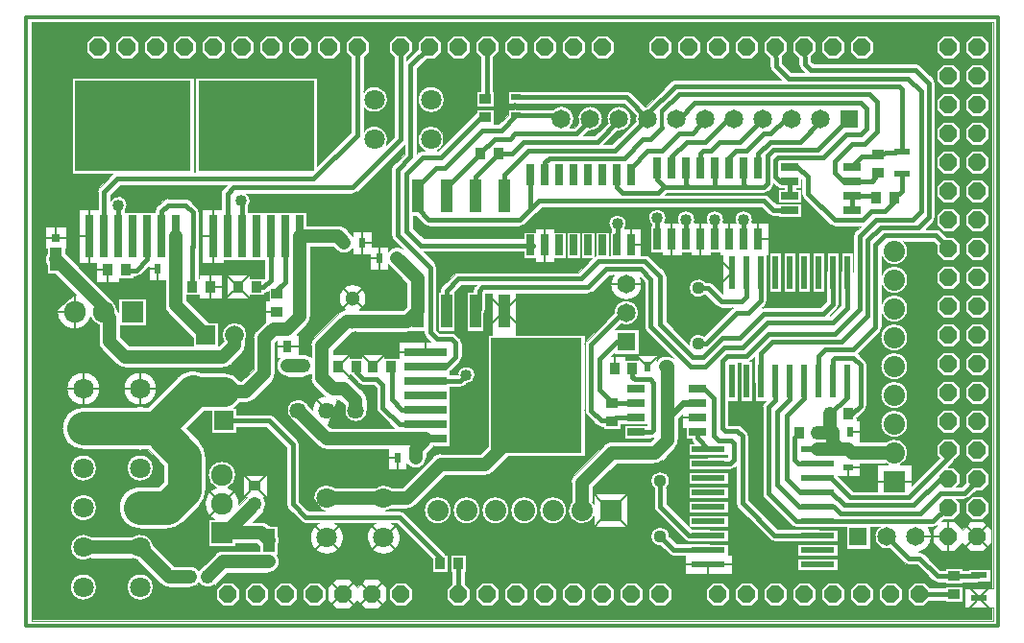
<source format=gbr>
G04 EasyPC Gerber Version 21.0.3 Build 4286 *
G04 #@! TF.Part,Single*
G04 #@! TF.FileFunction,Copper,L1,Top *
G04 #@! TF.FilePolarity,Positive *
%FSLAX35Y35*%
%MOIN*%
G04 #@! TA.AperFunction,ComponentPad*
%AMT15*0 Octagon Pad at angle 0*4,1,8,-0.01243,-0.03000,0.01243,-0.03000,0.03000,-0.01243,0.03000,0.01243,0.01243,0.03000,-0.01243,0.03000,-0.03000,0.01243,-0.03000,-0.01243,-0.01243,-0.03000,0*%
%ADD15T15*%
G04 #@! TA.AperFunction,SMDPad*
%ADD127R,0.02126X0.03701*%
%ADD120R,0.02165X0.11811*%
%ADD122R,0.02559X0.07283*%
%ADD128R,0.03150X0.03937*%
%ADD125R,0.03150X0.14567*%
%ADD20R,0.03543X0.03937*%
%ADD126R,0.03937X0.11811*%
%ADD74R,0.04331X0.07874*%
%ADD29R,0.31496X0.40354*%
%ADD75R,0.03150X0.03150*%
G04 #@! TA.AperFunction,ComponentPad*
%ADD18R,0.06496X0.06496*%
%ADD70R,0.06575X0.06575*%
%ADD16R,0.07382X0.07382*%
%ADD25R,0.07559X0.07559*%
G04 #@! TD.AperFunction*
%ADD13C,0.00394*%
%ADD14C,0.00787*%
%ADD131C,0.01181*%
%ADD132C,0.01200*%
%ADD79C,0.01575*%
%ADD129C,0.02362*%
G04 #@! TA.AperFunction,ViaPad*
%ADD80C,0.04000*%
G04 #@! TA.AperFunction,ComponentPad*
%ADD22C,0.04449*%
G04 #@! TD.AperFunction*
%ADD78C,0.04724*%
G04 #@! TA.AperFunction,ComponentPad*
%ADD28C,0.05118*%
%ADD27C,0.05748*%
%ADD19C,0.06496*%
%ADD71C,0.06575*%
%ADD77C,0.07087*%
%ADD17C,0.07382*%
G04 #@! TA.AperFunction,SMDPad*
%ADD121R,0.03701X0.02126*%
%ADD119R,0.11811X0.02165*%
%ADD76R,0.05787X0.02441*%
%ADD123R,0.06102X0.02756*%
%ADD124R,0.14567X0.03150*%
%ADD21R,0.03937X0.03543*%
G04 #@! TA.AperFunction,ComponentPad*
%ADD26C,0.07559*%
G04 #@! TA.AperFunction,SMDPad*
%ADD73R,0.40354X0.31496*%
G04 #@! TD.AperFunction*
%ADD130C,0.10236*%
%ADD81C,0.11811*%
X0Y0D02*
D02*
D13*
X6090Y210303D02*
Y2397D01*
X339910*
Y6988*
X329984*
Y13759*
X339910*
Y210303*
X6090*
X336298Y36977D02*
X339325Y33950D01*
Y29673*
X336298Y26646*
X332021*
X329159Y29508*
X326298Y26646*
X322021*
X318994Y29673*
Y33950*
X320564Y35520*
G75*
G02X319041Y34896I-1521J1541*
G01*
X317308*
G75*
G02X313968Y26228I-4265J-3335*
G01*
X314291*
G75*
G02X315825Y25593I2J-2166*
G01*
X321291Y20126*
X323341*
Y20716*
X329246*
Y20127*
X331165*
Y20452*
X338921*
Y16043*
X335665*
G75*
G02X334658Y15796I-1004J1919*
G01*
X329246*
Y15204*
X323341*
Y15795*
X320396*
G75*
G02X318862Y16430I-2J2166*
G01*
X313396Y21897*
X310543*
G75*
G02X309011Y22533J2165*
G01*
X304084Y27459*
G75*
G02X300437Y34896I-1041J4102*
G01*
X297276*
Y27330*
X288811*
Y34896*
X271437*
G75*
G02X269904Y35531I-2J2165*
G01*
X260404Y45031*
G75*
G02X259770Y46562I1531J1531*
G01*
Y76668*
G75*
G02X260404Y78199I2165*
G01*
X260960Y78756*
X257152*
Y84999*
G75*
G02X257053Y85644I2067J645*
G01*
Y94009*
X255824Y92781*
G75*
G02X255531Y92535I-1531J1530*
G01*
X256285*
Y78756*
X252152*
Y92146*
X251285*
Y78756*
X247959*
Y70477*
X251041*
G75*
G02X252574Y69843I2J-2165*
G01*
X254324Y68093*
G75*
G02X254959Y66562I-1531J-1531*
G01*
Y44209*
X264940Y34227*
X278839*
G75*
G02X279481Y34130J-2166*
G01*
X285728*
Y29996*
X279487*
G75*
G02X278839Y29896I-648J2067*
G01*
X264046*
G75*
G02X262512Y30531I-2J2165*
G01*
X251262Y41781*
G75*
G02X250628Y43312I1531J1531*
G01*
Y56084*
X250074Y55531*
G75*
G02X248541Y54896I-1531J1531*
G01*
X241043*
G75*
G02X240395Y54996J2166*
G01*
X234154*
Y59130*
X240400*
G75*
G02X241043Y59227I643J-2068*
G01*
X247628*
Y59996*
X241691*
G75*
G02X240395I-648J2067*
G01*
X234154*
Y64130*
X235913*
X235699Y64344*
G75*
G02X235080Y65626I1531J1531*
G01*
X233195*
Y69444*
X232014*
Y74163*
X230533Y72683*
Y65162*
G75*
G02X229435Y62515I-3740*
G01*
X225091Y58170*
G75*
G02X222443Y57072I-2648J2642*
G01*
X209093*
X200872Y48851*
Y43568*
G75*
G02X201276Y42928I-3741J-2806*
G01*
Y46618*
X212988*
Y34905*
X201276*
Y38598*
G75*
G02X192457Y40763I-4144J2165*
G01*
G75*
G02X193392Y43568I4675*
G01*
Y50400*
G75*
G02X194490Y53048I3740*
G01*
X204896Y63454*
G75*
G02X207543Y64552I2648J-2642*
G01*
X220894*
X222245Y65903*
G75*
G02X221219Y65664I-1026J2083*
G01*
X219809*
Y65626*
X211738*
Y70350*
X219691*
Y70626*
X211738*
Y70822*
X210557*
Y68874*
X204652*
Y69779*
X203825*
G75*
G02X202292Y70415J2165*
G01*
X198764Y73942*
G75*
G02X198128Y75475I1530J1533*
G01*
Y98312*
G75*
G02X198762Y99843I2165*
G01*
X208312Y109393*
G75*
G02X216776Y109312I4231J-81*
G01*
G75*
G02X210597Y105554I-4232*
G01*
X208587Y103543*
X216776*
Y95078*
X208311*
Y95238*
X207270Y94196*
X212331*
Y93015*
X216665*
Y94578*
X223122*
Y92697*
G75*
G02X226193Y94302I3071J-2135*
G01*
X226793*
G75*
G02X228871Y93672J-3740*
G01*
X219512Y103031*
G75*
G02X218878Y104562I1531J1531*
G01*
Y120165*
X217455Y121588*
G75*
G02X217957Y119312I-4911J-2276*
G01*
G75*
G02X207130I-5413*
G01*
G75*
G02X208095Y122396I5413J0*
G01*
X206552*
X200868Y116712*
G75*
G02X199334Y116078I-1531J1531*
G01*
X174219*
Y101846*
X198077*
Y59523*
X171694*
X166236Y54066*
G75*
G02X163589Y52967I-2648J2642*
G01*
X149626*
X139051Y42393*
G75*
G02X136404Y41294I-2648J2642*
G01*
X130884*
G75*
G02X129061Y40566I-2552J3741*
G01*
X133730*
G75*
G02X135263Y39931I2J-2165*
G01*
X149411Y25784*
G75*
G02X149711Y25409I-1531J-1531*
G01*
X150636*
Y19504*
X145124*
Y23946*
X132835Y36235*
X131123*
G75*
G02X128333Y25546I-2790J-4980*
G01*
G75*
G02X125543Y36235J5709*
G01*
X111438*
G75*
G02X108648Y25546I-2790J-4980*
G01*
G75*
G02X105857Y36235J5709*
G01*
X101307*
G75*
G02X99774Y36869I-2J2165*
G01*
X95286Y41357*
G75*
G02X94652Y42889I1531J1531*
G01*
Y62779*
X87652Y69778*
X77230*
Y67673*
X68687*
Y75211*
X65739*
X59759Y69231*
X64404Y64587*
G75*
G02X66541Y59432I-5145J-5155*
G01*
Y47613*
G75*
G02X64406Y42461I-7284*
G01*
X58468Y36524*
G75*
G02X53317Y34389I-5151J5150*
G01*
X44004*
G75*
G02X43852Y34388I-152J7297*
G01*
G75*
G02X42730Y48869J7284*
G01*
G75*
G02X43852Y48956I1122J-7196*
G01*
X50300*
X51974Y50630*
Y56415*
X46442Y61948*
X46031*
G75*
G02X41674I-2179J7283*
G01*
X24274*
G75*
G02X24167Y61947I-107J7295*
G01*
G75*
G02Y76515J7284*
G01*
G75*
G02X24274Y76515J-7296*
G01*
X41674*
G75*
G02X46031I2179J-7283*
G01*
X46442*
X56943Y87015*
G75*
G02X65056Y88519I5150J-5150*
G01*
X72959*
G75*
G02X78407Y85684J-6654*
G01*
X79047*
X83156Y89792*
Y100522*
G75*
G02Y100525I1461J2*
G01*
G75*
G02Y100526I1504J1*
G01*
G75*
G02X84251Y103171I3741J0*
G01*
X87250Y106170*
Y113598*
X88431*
Y116953*
X88192Y116714*
G75*
G02X86896Y116091I-1532J1530*
G01*
Y115527*
X81778*
Y114346*
X73904*
Y122614*
X81778*
Y121433*
X86787*
X86896Y121542*
Y127771*
X72801*
Y126590*
X65321*
Y145488*
X71896*
Y150763*
G75*
G02X72530Y152294I2165*
G01*
X73833Y153597*
X36834*
X33707Y150470*
Y148221*
G75*
G02X39329Y146826I2638J-1396*
G01*
G75*
G02X38628Y144904I-2984*
G01*
Y144307*
X48982*
Y144542*
G75*
G02X49663Y146185I2323*
G01*
X51946Y148468*
G75*
G02X53589Y149148I1643J-1643*
G01*
X59494*
G75*
G02X61163Y148441J-2323*
G01*
X63680Y145846*
G75*
G02X64337Y144227I-1667J-1619*
G01*
Y121433*
X64376*
Y122614*
X72250*
Y114346*
X64376*
Y115527*
X60006*
Y113572*
X67598Y105980*
X70852*
Y97889*
X71173*
X72841Y99556*
Y99644*
G75*
G02X76581Y105979I3740J2063*
G01*
G75*
G02X80321Y99644I0J-4271*
G01*
Y98011*
G75*
G02Y98008I-1461J-2*
G01*
G75*
G02Y98007I-1504J0*
G01*
G75*
G02X79226Y95362I-3741J0*
G01*
X75367Y91504*
G75*
G02X72718Y90408I-2644J2645*
G01*
X38470*
G75*
G02X35823Y91507J3740*
G01*
X30632Y96698*
G75*
G02X29533Y99345I2642J2648*
G01*
Y105230*
G75*
G02X26701Y107837I1535J4510*
G01*
G75*
G02X15124Y109739I-5632J1902*
G01*
G75*
G02X21633Y115657I5945*
G01*
X14243Y123047*
X11463*
Y125950*
G75*
G02Y129984I3149J2017*
G01*
Y131708*
X10872*
Y139189*
X18352*
Y131708*
X17762*
Y130107*
X33711Y114158*
G75*
G02X34463Y113081I-2641J-2648*
G01*
G75*
G02X35800Y110297I-3395J-3343*
G01*
X35915Y110182*
G75*
G02X36305Y109725I-2642J-2647*
G01*
Y114504*
X45833*
Y104976*
X37014*
Y100894*
X40020Y97889*
X62309*
Y100690*
X53624Y109375*
G75*
G02X52526Y112022I2642J2648*
G01*
Y120547*
X46738*
Y125338*
X44017Y122618*
G75*
G02X42483Y121984I-1531J1531*
G01*
X41541*
Y121358*
X36423*
Y120177*
X28549*
Y126590*
X22565*
Y145488*
X29061*
Y151432*
G75*
G02X29741Y153074I2323*
G01*
X34230Y157563*
G75*
G02X34371Y157693I1641J-1644*
G01*
X20144*
Y191157*
X62467*
Y158243*
X62900*
Y191157*
X105222*
Y160402*
X116837Y172001*
Y198501*
X115175Y200162*
Y203461*
X117510Y205796*
X120809*
X123144Y203461*
Y200162*
X121482Y198501*
Y186103*
G75*
G02X129656Y183418I3646J-2685*
G01*
G75*
G02X121482Y180733I-4528*
G01*
Y172323*
G75*
G02X129167Y167592I3646J-2685*
G01*
X131994Y170419*
Y198343*
X130175Y200162*
Y203461*
X132510Y205796*
X135809*
X138144Y203461*
Y200162*
X136325Y198343*
Y197039*
X140175Y200890*
Y203461*
X142510Y205796*
X145809*
X148144Y203461*
Y200162*
X145809Y197828*
X143237*
X139848Y194439*
Y164559*
X140293Y165004*
G75*
G02X141935Y165684I1643J-1643*
G01*
X142609*
G75*
G02X144813Y174166I2204J3955*
G01*
G75*
G02X147017Y165684J-4528*
G01*
X147351*
X160591Y178924*
Y180169*
X166496*
Y174975*
X168294*
X171459Y178140*
Y179960*
X173590*
G75*
G02X174293Y180078I703J-2048*
G01*
X187351*
G75*
G02X193011Y173794I2692J-3266*
G01*
X194396*
X196040Y175438*
G75*
G02X200043Y181044I4003J1374*
G01*
G75*
G02X204276Y176812J-4232*
G01*
G75*
G02X199362Y172635I-4232*
G01*
X197686Y170959*
X201646*
X206062Y175375*
G75*
G02X210043Y181044I3981J1437*
G01*
G75*
G02X214276Y176812J-4232*
G01*
G75*
G02X210043Y172580I-4232*
G01*
G75*
G02X209435Y172624I1J4232*
G01*
X204700Y167889*
X207646*
X215869Y176111*
G75*
G02X215811Y176812I4175J700*
G01*
G75*
G02X215941Y177852I4232J0*
G01*
X211747Y182046*
X174293*
G75*
G02X173586Y182165J2165*
G01*
X171459*
Y186259*
X173590*
G75*
G02X174293Y186377I703J-2048*
G01*
X212641*
G75*
G02X214175Y185743I2J-2165*
G01*
X219003Y180914*
G75*
G02X219417Y180998I1043J-4101*
G01*
X228012Y189593*
G75*
G02X229546Y190227I1531J-1531*
G01*
X266316*
X263012Y193531*
G75*
G02X262381Y194941I1531J1531*
G01*
X262200Y198138*
X260175Y200162*
Y203461*
X262510Y205796*
X265809*
X268144Y203461*
Y200162*
X266515Y198533*
X266658Y196009*
X269690Y192977*
X274316*
X273012Y194281*
G75*
G02X272382Y195676I1531J1531*
G01*
X272226Y198111*
X270175Y200162*
Y203461*
X272510Y205796*
X275809*
X278144Y203461*
Y200162*
X276537Y198556*
X276652Y196765*
X277440Y195977*
X312791*
G75*
G02X314324Y195343I2J-2165*
G01*
X319074Y190593*
G75*
G02X319709Y189062I-1531J-1531*
G01*
Y142562*
G75*
G02X319074Y141031I-2165*
G01*
X316521Y138477*
X320041*
G75*
G02X321641Y137773I2J-2165*
G01*
X323450Y135796*
X325809*
X328144Y133461*
Y130162*
X325809Y127828*
X322510*
X320175Y130162*
Y132959*
X319089Y134146*
X308820*
G75*
G02X310219Y130812I-3277J-3335*
G01*
G75*
G02X301209Y129060I-4675*
G01*
Y122563*
G75*
G02X310219Y120812I4335J-1752*
G01*
G75*
G02X301209Y119060I-4675*
G01*
Y112563*
G75*
G02X310219Y110812I4335J-1752*
G01*
G75*
G02X301209Y109060I-4675*
G01*
Y104312*
G75*
G02X300574Y102781I-2165*
G01*
X292994Y95201*
X295356Y92839*
G75*
G02X295990Y91308I-1531J-1531*
G01*
Y77141*
G75*
G02X295356Y75609I-2165*
G01*
X292521Y72775*
G75*
G02X292407Y72669I-1531J1531*
G01*
Y71944*
X293589*
Y64552*
X302738*
G75*
G02X310219Y60812I2805J-3740*
G01*
G75*
G02X307710Y56669I-4675*
G01*
X311400*
Y49230*
X321253Y59084*
X320175Y60162*
Y63461*
X322510Y65796*
X325809*
X328144Y63461*
Y60162*
X326592Y58610*
G75*
G02X326074Y57781I-2048J701*
G01*
X324090Y55796*
X325809*
X328144Y53461*
Y50162*
X326959Y48977*
X328896*
X330175Y50256*
Y53461*
X332510Y55796*
X335809*
X338144Y53461*
Y50162*
X335809Y47828*
X333871*
X331324Y45281*
G75*
G02X329791Y44646I-1531J1531*
G01*
X326959*
X328144Y43461*
Y40162*
X325809Y37828*
X322871*
X322021Y36977*
X326298*
X329159Y34116*
X332021Y36977*
X336298*
X140285Y183418D02*
G75*
G02X149341I4528D01*
G01*
G75*
G02X140285I-4528*
G01*
X325809Y75796D02*
X328144Y73461D01*
Y70162*
X325809Y67828*
X322510*
X320175Y70162*
Y73461*
X322510Y75796*
X325809*
Y85796D02*
X328144Y83461D01*
Y80162*
X325809Y77828*
X322510*
X320175Y80162*
Y83461*
X322510Y85796*
X325809*
Y95796D02*
X328144Y93461D01*
Y90162*
X325809Y87828*
X322510*
X320175Y90162*
Y93461*
X322510Y95796*
X325809*
Y105796D02*
X328144Y103461D01*
Y100162*
X325809Y97828*
X322510*
X320175Y100162*
Y103461*
X322510Y105796*
X325809*
Y115796D02*
X328144Y113461D01*
Y110162*
X325809Y107828*
X322510*
X320175Y110162*
Y113461*
X322510Y115796*
X325809*
Y125796D02*
X328144Y123461D01*
Y120162*
X325809Y117828*
X322510*
X320175Y120162*
Y123461*
X322510Y125796*
X325809*
X300868Y70812D02*
G75*
G02X310219I4675D01*
G01*
G75*
G02X300868I-4675*
G01*
Y80812D02*
G75*
G02X310219I4675D01*
G01*
G75*
G02X300868I-4675*
G01*
Y90812D02*
G75*
G02X310219I4675D01*
G01*
G75*
G02X300868I-4675*
G01*
Y100812D02*
G75*
G02X310219I4675D01*
G01*
G75*
G02X300868I-4675*
G01*
X335809Y45796D02*
X338144Y43461D01*
Y40162*
X335809Y37828*
X332510*
X330175Y40162*
Y43461*
X332510Y45796*
X335809*
X323341Y14417D02*
X329246D01*
Y8905*
X323341*
Y9339*
X317321*
X315809Y7828*
X312510*
X310175Y10162*
Y13461*
X312510Y15796*
X315809*
X317620Y13985*
X323341*
Y14417*
X305809Y15796D02*
X308144Y13461D01*
Y10162*
X305809Y7828*
X302510*
X300175Y10162*
Y13461*
X302510Y15796*
X305809*
X295809D02*
X298144Y13461D01*
Y10162*
X295809Y7828*
X292510*
X290175Y10162*
Y13461*
X292510Y15796*
X295809*
X275809D02*
X278144Y13461D01*
Y10162*
X275809Y7828*
X272510*
X270175Y10162*
Y13461*
X272510Y15796*
X275809*
X271949Y24130D02*
X285728D01*
Y19996*
X271949*
Y24130*
X285809Y15796D02*
X288144Y13461D01*
Y10162*
X285809Y7828*
X282510*
X280175Y10162*
Y13461*
X282510Y15796*
X285809*
X271949Y29130D02*
X285728D01*
Y24996*
X271949*
Y29130*
X265809Y15796D02*
X268144Y13461D01*
Y10162*
X265809Y7828*
X262510*
X260175Y10162*
Y13461*
X262510Y15796*
X265809*
X255809D02*
X258144Y13461D01*
Y10162*
X255809Y7828*
X252510*
X250175Y10162*
Y13461*
X252510Y15796*
X255809*
X234154Y44130D02*
X247933D01*
Y39996*
X234154*
Y44130*
Y49130D02*
X247933D01*
Y44996*
X234154*
Y49130*
Y54130D02*
X247933D01*
Y49996*
X234154*
Y54130*
X225809Y15796D02*
X228144Y13461D01*
Y10162*
X225809Y7828*
X222510*
X220175Y10162*
Y13461*
X222510Y15796*
X225809*
X247933Y25311D02*
X249114D01*
Y18815*
X232972*
Y24896*
X228939*
G75*
G02X227406Y25531I-2J2165*
G01*
X224437Y28500*
G75*
G02X221085Y31706I-143J3206*
G01*
G75*
G02X227502I3209*
G01*
G75*
G02X227499Y31562I-3212J-1*
G01*
X229834Y29227*
X241043*
G75*
G02X241686Y29130J-2166*
G01*
X247933*
Y25311*
X245809Y15796D02*
X248144Y13461D01*
Y10162*
X245809Y7828*
X242510*
X240175Y10162*
Y13461*
X242510Y15796*
X245809*
X234154Y39130D02*
X247933D01*
Y34996*
X234422*
X235190Y34227*
X241043*
G75*
G02X241686Y34130J-2166*
G01*
X247933*
Y29996*
X241691*
G75*
G02X241043Y29896I-648J2067*
G01*
X234296*
G75*
G02X232762Y30531I-2J2165*
G01*
X222762Y40531*
G75*
G02X222128Y42062I1531J1531*
G01*
Y48550*
G75*
G02X221085Y50918I2165J2368*
G01*
G75*
G02X227502I3209*
G01*
G75*
G02X226459Y48550I-3209*
G01*
Y42959*
X234154Y35264*
Y39130*
X215809Y15796D02*
X218144Y13461D01*
Y10162*
X215809Y7828*
X212510*
X210175Y10162*
Y13461*
X212510Y15796*
X215809*
X205809D02*
X208144Y13461D01*
Y10162*
X205809Y7828*
X202510*
X200175Y10162*
Y13461*
X202510Y15796*
X205809*
X172457Y40763D02*
G75*
G02X181807I4675D01*
G01*
G75*
G02X172457I-4675*
G01*
X185809Y15796D02*
X188144Y13461D01*
Y10162*
X185809Y7828*
X182510*
X180175Y10162*
Y13461*
X182510Y15796*
X185809*
X182457Y40763D02*
G75*
G02X191807I4675D01*
G01*
G75*
G02X182457I-4675*
G01*
X195809Y15796D02*
X198144Y13461D01*
Y10162*
X195809Y7828*
X192510*
X190175Y10162*
Y13461*
X192510Y15796*
X195809*
X152457Y40763D02*
G75*
G02X161807I4675D01*
G01*
G75*
G02X152457I-4675*
G01*
X165809Y15796D02*
X168144Y13461D01*
Y10162*
X165809Y7828*
X162510*
X160175Y10162*
Y13461*
X162510Y15796*
X165809*
X162457Y40763D02*
G75*
G02X171807I4675D01*
G01*
G75*
G02X162457I-4675*
G01*
X175809Y15796D02*
X178144Y13461D01*
Y10162*
X175809Y7828*
X172510*
X170175Y10162*
Y13461*
X172510Y15796*
X175809*
X142457Y40763D02*
G75*
G02X151807I4675D01*
G01*
G75*
G02X142457I-4675*
G01*
X156482Y15123D02*
X158144Y13461D01*
Y10162*
X155809Y7828*
X152510*
X150175Y10162*
Y13461*
X151837Y15123*
Y19504*
X151423*
Y25409*
X156935*
Y19504*
X156482*
Y15123*
X135809Y15796D02*
X138144Y13461D01*
Y10162*
X135809Y7828*
X132510*
X130175Y10162*
Y13461*
X132510Y15796*
X135809*
X126298Y16977D02*
X129325Y13950D01*
Y9673*
X126298Y6646*
X122021*
X119159Y9508*
X116298Y6646*
X112021*
X108994Y9673*
Y13950*
X112021Y16977*
X116298*
X119159Y14116*
X122021Y16977*
X126298*
X105809Y15796D02*
X108144Y13461D01*
Y10162*
X105809Y7828*
X102510*
X100175Y10162*
Y13461*
X102510Y15796*
X105809*
X91581Y32346D02*
G75*
G02Y28313I-3149J-2017D01*
G01*
Y25409*
X91158*
G75*
G02X88431Y19109I-2727J-2560*
G01*
X74035*
X70124Y15198*
Y14779*
X69665*
G75*
G02X65072I-2296J2952*
G01*
X64612*
Y15202*
G75*
G02X64219Y15714I2758J2529*
G01*
G75*
G02X63825Y15202I-3152J2017*
G01*
Y14779*
X63365*
G75*
G02X61069Y13991I-2296J2952*
G01*
X54014*
G75*
G02X51366Y15089J3740*
G01*
X43012Y23444*
G75*
G02X41301Y24152I841J4449*
G01*
X26719*
G75*
G02X19640Y27893I-2552J3740*
G01*
G75*
G02X26719Y31633I4528J0*
G01*
X41301*
G75*
G02X48301Y28733I2552J-3740*
G01*
X55563Y21471*
X61069*
G75*
G02X63363Y20685J-3740*
G01*
X63825*
Y20260*
G75*
G02X64219Y19748I-2758J-2529*
G01*
G75*
G02X64612Y20260I3152J-2017*
G01*
Y20685*
X65032*
X69839Y25491*
G75*
G02X72486Y26589I2648J-2642*
G01*
X85281*
Y28190*
X84244Y29227*
X77014*
Y28204*
X67486*
Y37732*
X69433*
G75*
G02X70348Y48600I2817J5235*
G01*
G75*
G02X67486Y52967I1902J4368*
G01*
G75*
G02X77014I4764*
G01*
G75*
G02X74152Y48600I-4764*
G01*
G75*
G02X78195Y42967I-1902J-5632*
G01*
G75*
G02X78189Y42700I-5943J-3*
G01*
X80754Y45265*
Y45291*
X79573*
Y53165*
X87841*
Y45291*
X86659*
Y45224*
G75*
G02Y40632I-2953J-2296*
G01*
Y40173*
X86241*
X82776Y36707*
X85789*
G75*
G02X88438Y35612I5J-3740*
G01*
X88798Y35252*
X91581*
Y32346*
X95809Y15796D02*
X98144Y13461D01*
Y10162*
X95809Y7828*
X92510*
X90175Y10162*
Y13461*
X92510Y15796*
X95809*
X85809D02*
X88144Y13461D01*
Y10162*
X85809Y7828*
X82510*
X80175Y10162*
Y13461*
X82510Y15796*
X85809*
X75809D02*
X78144Y13461D01*
Y10162*
X75809Y7828*
X72510*
X70175Y10162*
Y13461*
X72510Y15796*
X75809*
X39325Y14113D02*
G75*
G02X48380I4528D01*
G01*
G75*
G02X39325I-4528*
G01*
Y55452D02*
G75*
G02X48380I4528D01*
G01*
G75*
G02X39325I-4528*
G01*
X19640Y14113D02*
G75*
G02X28695I4528D01*
G01*
G75*
G02X19640I-4528*
G01*
Y41672D02*
G75*
G02X28695I4528D01*
G01*
G75*
G02X19640I-4528*
G01*
Y55452D02*
G75*
G02X28695I4528D01*
G01*
G75*
G02X19640I-4528*
G01*
X38144Y83011D02*
G75*
G02X49561I5709D01*
G01*
G75*
G02X38144I-5709*
G01*
X18459D02*
G75*
G02X29876I5709D01*
G01*
G75*
G02X18459I-5709*
G01*
X30809Y205796D02*
X33144Y203461D01*
Y200162*
X30809Y197828*
X27510*
X25175Y200162*
Y203461*
X27510Y205796*
X30809*
X40809D02*
X43144Y203461D01*
Y200162*
X40809Y197828*
X37510*
X35175Y200162*
Y203461*
X37510Y205796*
X40809*
X50809D02*
X53144Y203461D01*
Y200162*
X50809Y197828*
X47510*
X45175Y200162*
Y203461*
X47510Y205796*
X50809*
X60809D02*
X63144Y203461D01*
Y200162*
X60809Y197828*
X57510*
X55175Y200162*
Y203461*
X57510Y205796*
X60809*
X70809D02*
X73144Y203461D01*
Y200162*
X70809Y197828*
X67510*
X65175Y200162*
Y203461*
X67510Y205796*
X70809*
X80809D02*
X83144Y203461D01*
Y200162*
X80809Y197828*
X77510*
X75175Y200162*
Y203461*
X77510Y205796*
X80809*
X90809D02*
X93144Y203461D01*
Y200162*
X90809Y197828*
X87510*
X85175Y200162*
Y203461*
X87510Y205796*
X90809*
X100809D02*
X103144Y203461D01*
Y200162*
X100809Y197828*
X97510*
X95175Y200162*
Y203461*
X97510Y205796*
X100809*
X110809D02*
X113144Y203461D01*
Y200162*
X110809Y197828*
X107510*
X105175Y200162*
Y203461*
X107510Y205796*
X110809*
X155809D02*
X158144Y203461D01*
Y200162*
X155809Y197828*
X152510*
X150175Y200162*
Y203461*
X152510Y205796*
X155809*
X165809D02*
X168144Y203461D01*
Y200162*
X166325Y198343*
Y186468*
X166496*
Y180956*
X160591*
Y186468*
X161994*
Y198343*
X160175Y200162*
Y203461*
X162510Y205796*
X165809*
X175809D02*
X178144Y203461D01*
Y200162*
X175809Y197828*
X172510*
X170175Y200162*
Y203461*
X172510Y205796*
X175809*
X185809D02*
X188144Y203461D01*
Y200162*
X185809Y197828*
X182510*
X180175Y200162*
Y203461*
X182510Y205796*
X185809*
X195809D02*
X198144Y203461D01*
Y200162*
X195809Y197828*
X192510*
X190175Y200162*
Y203461*
X192510Y205796*
X195809*
X205809D02*
X208144Y203461D01*
Y200162*
X205809Y197828*
X202510*
X200175Y200162*
Y203461*
X202510Y205796*
X205809*
X225809D02*
X228144Y203461D01*
Y200162*
X225809Y197828*
X222510*
X220175Y200162*
Y203461*
X222510Y205796*
X225809*
X235809D02*
X238144Y203461D01*
Y200162*
X235809Y197828*
X232510*
X230175Y200162*
Y203461*
X232510Y205796*
X235809*
X245809D02*
X248144Y203461D01*
Y200162*
X245809Y197828*
X242510*
X240175Y200162*
Y203461*
X242510Y205796*
X245809*
X255809D02*
X258144Y203461D01*
Y200162*
X255809Y197828*
X252510*
X250175Y200162*
Y203461*
X252510Y205796*
X255809*
X285809D02*
X288144Y203461D01*
Y200162*
X285809Y197828*
X282510*
X280175Y200162*
Y203461*
X282510Y205796*
X285809*
X295809D02*
X298144Y203461D01*
Y200162*
X295809Y197828*
X292510*
X290175Y200162*
Y203461*
X292510Y205796*
X295809*
X325809Y145796D02*
X328144Y143461D01*
Y140162*
X325809Y137828*
X322510*
X320175Y140162*
Y143461*
X322510Y145796*
X325809*
Y155796D02*
X328144Y153461D01*
Y150162*
X325809Y147828*
X322510*
X320175Y150162*
Y153461*
X322510Y155796*
X325809*
Y165796D02*
X328144Y163461D01*
Y160162*
X325809Y157828*
X322510*
X320175Y160162*
Y163461*
X322510Y165796*
X325809*
Y175796D02*
X328144Y173461D01*
Y170162*
X325809Y167828*
X322510*
X320175Y170162*
Y173461*
X322510Y175796*
X325809*
Y185796D02*
X328144Y183461D01*
Y180162*
X325809Y177828*
X322510*
X320175Y180162*
Y183461*
X322510Y185796*
X325809*
Y195796D02*
X328144Y193461D01*
Y190162*
X325809Y187828*
X322510*
X320175Y190162*
Y193461*
X322510Y195796*
X325809*
Y205796D02*
X328144Y203461D01*
Y200162*
X325809Y197828*
X322510*
X320175Y200162*
Y203461*
X322510Y205796*
X325809*
X335809Y65796D02*
X338144Y63461D01*
Y60162*
X335809Y57828*
X332510*
X330175Y60162*
Y63461*
X332510Y65796*
X335809*
Y75796D02*
X338144Y73461D01*
Y70162*
X335809Y67828*
X332510*
X330175Y70162*
Y73461*
X332510Y75796*
X335809*
Y85796D02*
X338144Y83461D01*
Y80162*
X335809Y77828*
X332510*
X330175Y80162*
Y83461*
X332510Y85796*
X335809*
Y95796D02*
X338144Y93461D01*
Y90162*
X335809Y87828*
X332510*
X330175Y90162*
Y93461*
X332510Y95796*
X335809*
Y105796D02*
X338144Y103461D01*
Y100162*
X335809Y97828*
X332510*
X330175Y100162*
Y103461*
X332510Y105796*
X335809*
Y115796D02*
X338144Y113461D01*
Y110162*
X335809Y107828*
X332510*
X330175Y110162*
Y113461*
X332510Y115796*
X335809*
Y125796D02*
X338144Y123461D01*
Y120162*
X335809Y117828*
X332510*
X330175Y120162*
Y123461*
X332510Y125796*
X335809*
Y135796D02*
X338144Y133461D01*
Y130162*
X335809Y127828*
X332510*
X330175Y130162*
Y133461*
X332510Y135796*
X335809*
Y145796D02*
X338144Y143461D01*
Y140162*
X335809Y137828*
X332510*
X330175Y140162*
Y143461*
X332510Y145796*
X335809*
Y155796D02*
X338144Y153461D01*
Y150162*
X335809Y147828*
X332510*
X330175Y150162*
Y153461*
X332510Y155796*
X335809*
Y165796D02*
X338144Y163461D01*
Y160162*
X335809Y157828*
X332510*
X330175Y160162*
Y163461*
X332510Y165796*
X335809*
Y175796D02*
X338144Y173461D01*
Y170162*
X335809Y167828*
X332510*
X330175Y170162*
Y173461*
X332510Y175796*
X335809*
Y185796D02*
X338144Y183461D01*
Y180162*
X335809Y177828*
X332510*
X330175Y180162*
Y183461*
X332510Y185796*
X335809*
Y195796D02*
X338144Y193461D01*
Y190162*
X335809Y187828*
X332510*
X330175Y190162*
Y193461*
X332510Y195796*
X335809*
Y205796D02*
X338144Y203461D01*
Y200162*
X335809Y197828*
X332510*
X330175Y200162*
Y203461*
X332510Y205796*
X335809*
X329984Y11812D02*
G36*
X329246D01*
Y8905*
X323341*
Y9339*
X317321*
X315809Y7828*
X312510*
X310175Y10162*
Y11812*
X308144*
Y10162*
X305809Y7828*
X302510*
X300175Y10162*
Y11812*
X298144*
Y10162*
X295809Y7828*
X292510*
X290175Y10162*
Y11812*
X288144*
Y10162*
X285809Y7828*
X282510*
X280175Y10162*
Y11812*
X278144*
Y10162*
X275809Y7828*
X272510*
X270175Y10162*
Y11812*
X268144*
Y10162*
X265809Y7828*
X262510*
X260175Y10162*
Y11812*
X258144*
Y10162*
X255809Y7828*
X252510*
X250175Y10162*
Y11812*
X248144*
Y10162*
X245809Y7828*
X242510*
X240175Y10162*
Y11812*
X228144*
Y10162*
X225809Y7828*
X222510*
X220175Y10162*
Y11812*
X218144*
Y10162*
X215809Y7828*
X212510*
X210175Y10162*
Y11812*
X208144*
Y10162*
X205809Y7828*
X202510*
X200175Y10162*
Y11812*
X198144*
Y10162*
X195809Y7828*
X192510*
X190175Y10162*
Y11812*
X188144*
Y10162*
X185809Y7828*
X182510*
X180175Y10162*
Y11812*
X178144*
Y10162*
X175809Y7828*
X172510*
X170175Y10162*
Y11812*
X168144*
Y10162*
X165809Y7828*
X162510*
X160175Y10162*
Y11812*
X158144*
Y10162*
X155809Y7828*
X152510*
X150175Y10162*
Y11812*
X138144*
Y10162*
X135809Y7828*
X132510*
X130175Y10162*
Y11812*
X129325*
Y9673*
X126298Y6646*
X122021*
X119159Y9508*
X116298Y6646*
X112021*
X108994Y9673*
Y11812*
X108144*
Y10162*
X105809Y7828*
X102510*
X100175Y10162*
Y11812*
X98144*
Y10162*
X95809Y7828*
X92510*
X90175Y10162*
Y11812*
X88144*
Y10162*
X85809Y7828*
X82510*
X80175Y10162*
Y11812*
X78144*
Y10162*
X75809Y7828*
X72510*
X70175Y10162*
Y11812*
X47752*
G75*
G02X39953I-3899J2301*
G01*
X28067*
G75*
G02X20268I-3899J2301*
G01*
X6287*
Y2594*
X339713*
Y6988*
X329984*
Y11812*
G37*
X66410Y22063D02*
G36*
X54972D01*
X55563Y21471*
X61069*
G75*
G02X63363Y20685I0J-3739*
G01*
X63825*
Y20260*
G75*
G02X64219Y19748I-2745J-2519*
G01*
G75*
G02X64612Y20260I3139J-2007*
G01*
Y20685*
X65032*
X66410Y22063*
G37*
X150175Y11812D02*
G36*
Y13461D01*
X151837Y15123*
Y19504*
X151423*
Y22063*
X150636*
Y19504*
X145124*
Y22063*
X92087*
G75*
G02X88431Y19109I-3657J787*
G01*
X74035*
X70124Y15198*
Y14779*
X69665*
G75*
G02X65072I-2296J2952*
G01*
X64612*
Y15202*
G75*
G02X64219Y15714I2745J2519*
G01*
G75*
G02X63825Y15202I-3139J2007*
G01*
Y14779*
X63365*
G75*
G02X61069Y13991I-2296J2950*
G01*
X54014*
G75*
G02X51366Y15089J3740*
G01*
X44393Y22063*
X6287*
Y11812*
X20268*
G75*
G02X19640Y14113I3899J2301*
G01*
G75*
G02X28695I4528*
G01*
G75*
G02X28067Y11812I-4528*
G01*
X39953*
G75*
G02X39325Y14113I3899J2301*
G01*
G75*
G02X48380I4528*
G01*
G75*
G02X47752Y11812I-4528*
G01*
X70175*
Y13461*
X72510Y15796*
X75809*
X78144Y13461*
Y11812*
X80175*
Y13461*
X82510Y15796*
X85809*
X88144Y13461*
Y11812*
X90175*
Y13461*
X92510Y15796*
X95809*
X98144Y13461*
Y11812*
X100175*
Y13461*
X102510Y15796*
X105809*
X108144Y13461*
Y11812*
X108994*
Y13950*
X112021Y16977*
X116298*
X119159Y14116*
X122021Y16977*
X126298*
X129325Y13950*
Y11812*
X130175*
Y13461*
X132510Y15796*
X135809*
X138144Y13461*
Y11812*
X150175*
G37*
X339713Y13759D02*
G36*
Y22063D01*
X319354*
X321291Y20126*
X323341*
Y20716*
X329246*
Y20127*
X331165*
Y20452*
X338921*
Y16043*
X335665*
G75*
G02X334658Y15796I-1004J1917*
G01*
X329246*
Y15204*
X323341*
Y15795*
X320396*
G75*
G02X318862Y16430I-2J2167*
G01*
X313396Y21897*
X310543*
G75*
G02X309714Y22063I1J2167*
G01*
X285728*
Y19996*
X271949*
Y22063*
X249114*
Y18815*
X232972*
Y22063*
X156935*
Y19504*
X156482*
Y15123*
X158144Y13461*
Y11812*
X160175*
Y13461*
X162510Y15796*
X165809*
X168144Y13461*
Y11812*
X170175*
Y13461*
X172510Y15796*
X175809*
X178144Y13461*
Y11812*
X180175*
Y13461*
X182510Y15796*
X185809*
X188144Y13461*
Y11812*
X190175*
Y13461*
X192510Y15796*
X195809*
X198144Y13461*
Y11812*
X200175*
Y13461*
X202510Y15796*
X205809*
X208144Y13461*
Y11812*
X210175*
Y13461*
X212510Y15796*
X215809*
X218144Y13461*
Y11812*
X220175*
Y13461*
X222510Y15796*
X225809*
X228144Y13461*
Y11812*
X240175*
Y13461*
X242510Y15796*
X245809*
X248144Y13461*
Y11812*
X250175*
Y13461*
X252510Y15796*
X255809*
X258144Y13461*
Y11812*
X260175*
Y13461*
X262510Y15796*
X265809*
X268144Y13461*
Y11812*
X270175*
Y13461*
X272510Y15796*
X275809*
X278144Y13461*
Y11812*
X280175*
Y13461*
X282510Y15796*
X285809*
X288144Y13461*
Y11812*
X290175*
Y13461*
X292510Y15796*
X295809*
X298144Y13461*
Y11812*
X300175*
Y13461*
X302510Y15796*
X305809*
X308144Y13461*
Y11812*
X310175*
Y13461*
X312510Y15796*
X315809*
X317620Y13985*
X323341*
Y14417*
X329246*
Y11812*
X329984*
Y13759*
X339713*
G37*
X44393Y22063D02*
G36*
X43012Y23444D01*
G75*
G02X41301Y24152I838J4443*
G01*
X26719*
G75*
G02X19717Y27063I-2552J3740*
G01*
X6287*
Y22063*
X44393*
G37*
X66410D02*
G36*
X69839Y25491D01*
G75*
G02X72486Y26589I2648J-2642*
G01*
X85281*
Y27063*
X49972*
X54972Y22063*
X66410*
G37*
X145124D02*
G36*
Y23946D01*
X142008Y27063*
X132207*
G75*
G02X128333Y25546I-3875J4192*
G01*
G75*
G02X124458Y27063J5709*
G01*
X112522*
G75*
G02X108648Y25546I-3875J4192*
G01*
G75*
G02X104773Y27063J5709*
G01*
X91581*
Y25409*
X91158*
G75*
G02X92171Y22849I-2727J-2559*
G01*
G75*
G02X92087Y22063I-3740J-1*
G01*
X145124*
G37*
X232972D02*
G36*
Y24896D01*
X228939*
G75*
G02X227406Y25531I-2J2167*
G01*
X225874Y27063*
X148132*
X149411Y25784*
G75*
G02X149711Y25409I-1534J-1533*
G01*
X150636*
Y22063*
X151423*
Y25409*
X156935*
Y22063*
X232972*
G37*
X309714D02*
G36*
G75*
G02X309011Y22533I830J2002D01*
G01*
X304481Y27063*
X285728*
Y24996*
X271949*
Y27063*
X247933*
Y25311*
X249114*
Y22063*
X271949*
Y24130*
X285728*
Y22063*
X309714*
G37*
X336714Y27063D02*
G36*
X336298Y26646D01*
X332021*
X331605Y27063*
X326714*
X326298Y26646*
X322021*
X321605Y27063*
X316054*
G75*
G02X313968Y26228I-3010J4500*
G01*
X314291*
G75*
G02X315825Y25593I2J-2167*
G01*
X319354Y22063*
X339713*
Y27063*
X336714*
G37*
X85281D02*
G36*
Y28190D01*
X84244Y29227*
X77014*
Y28204*
X67486*
Y37732*
X69433*
G75*
G02X66419Y41812I2817J5235*
G01*
X63757*
X58468Y36524*
G75*
G02X53317Y34389I-5152J5150*
G01*
X44004*
G75*
G02X43852Y34388I-151J7260*
G01*
G75*
G02X36568Y41672J7284*
G01*
G75*
G02X36569Y41812I7287J8*
G01*
X28693*
G75*
G02X28695Y41672I-4528J-134*
G01*
G75*
G02X19640I-4528*
G01*
G75*
G02X19642Y41812I4530J6*
G01*
X6287*
Y27063*
X19717*
G75*
G02X19640Y27893I4451J830*
G01*
G75*
G02X26719Y31633I4528*
G01*
X41301*
G75*
G02X48301Y28733I2552J-3740*
G01*
X49972Y27063*
X85281*
G37*
X94938Y41812D02*
G36*
X87276D01*
G75*
G02X86659Y40632I-3570J1116*
G01*
Y40173*
X86241*
X82776Y36707*
X85789*
G75*
G02X88438Y35612I4J-3743*
G01*
X88798Y35252*
X91581*
Y32346*
G75*
G02X92171Y30330I-3149J-2017*
G01*
G75*
G02X91581Y28313I-3740*
G01*
Y27063*
X104773*
G75*
G02X102939Y31255I3875J4192*
G01*
G75*
G02X105857Y36235I5709*
G01*
X101307*
G75*
G02X99774Y36869I-2J2167*
G01*
X95286Y41357*
G75*
G02X94938Y41812I1532J1532*
G01*
G37*
X124458Y27063D02*
G36*
G75*
G02X122624Y31255I3875J4192D01*
G01*
G75*
G02X125543Y36235I5709*
G01*
X111438*
G75*
G02X114356Y31255I-2790J-4980*
G01*
G75*
G02X112522Y27063I-5709*
G01*
X124458*
G37*
X263623Y41812D02*
G36*
X257356D01*
X264940Y34227*
X278839*
G75*
G02X279481Y34130I2J-2153*
G01*
X285728*
Y29996*
X279487*
G75*
G02X278839Y29896I-646J2053*
G01*
X264046*
G75*
G02X262512Y30531I-2J2167*
G01*
X251262Y41781*
G75*
G02X251232Y41812I1533J1524*
G01*
X247933*
Y39996*
X234154*
Y41812*
X227606*
X234154Y35264*
Y39130*
X247933*
Y34996*
X234422*
X235190Y34227*
X241043*
G75*
G02X241686Y34130I2J-2153*
G01*
X247933*
Y29996*
X241691*
G75*
G02X241043Y29896I-646J2053*
G01*
X234296*
G75*
G02X232762Y30531I-2J2167*
G01*
X222762Y40531*
G75*
G02X222143Y41812I1532J1531*
G01*
X212988*
Y34905*
X201276*
Y38598*
G75*
G02X192457Y40762I-4144J2165*
G01*
Y40763*
G75*
G02X192576Y41812I4673*
G01*
X191688*
G75*
G02X191807Y40763I-4556J-1050*
G01*
G75*
G02X182457I-4675*
G01*
G75*
G02X182576Y41812I4676J0*
G01*
X181688*
G75*
G02X181807Y40763I-4556J-1050*
G01*
G75*
G02X172457I-4675*
G01*
G75*
G02X172576Y41812I4676J0*
G01*
X171688*
G75*
G02X171807Y40763I-4556J-1050*
G01*
G75*
G02X162457I-4675*
G01*
G75*
G02X162576Y41812I4676J0*
G01*
X161688*
G75*
G02X161807Y40763I-4556J-1050*
G01*
G75*
G02X152457I-4675*
G01*
G75*
G02X152576Y41812I4676J0*
G01*
X151688*
G75*
G02X151807Y40763I-4556J-1050*
G01*
G75*
G02X142457I-4675*
G01*
G75*
G02X142576Y41812I4676J0*
G01*
X138302*
G75*
G02X136404Y41294I-1898J3222*
G01*
X130884*
G75*
G02X129061Y40566I-2552J3742*
G01*
X133730*
G75*
G02X135263Y39931I2J-2167*
G01*
X148132Y27063*
X225874*
X224437Y28500*
G75*
G02X221085Y31706I-143J3206*
G01*
G75*
G02X227502I3209*
G01*
G75*
G02X227499Y31562I-3263*
G01*
X229834Y29227*
X241043*
G75*
G02X241686Y29130I2J-2153*
G01*
X247933*
Y27063*
X271949*
Y29130*
X285728*
Y27063*
X304481*
X304084Y27459*
G75*
G02X298811Y31562I-1041J4102*
G01*
G75*
G02X300437Y34896I4232*
G01*
X297276*
Y27330*
X288811*
Y34896*
X271437*
G75*
G02X269904Y35531I-2J2167*
G01*
X263623Y41812*
G37*
X142008Y27063D02*
G36*
X132835Y36235D01*
X131123*
G75*
G02X134041Y31255I-2790J-4980*
G01*
G75*
G02X132207Y27063I-5709*
G01*
X142008*
G37*
X321605D02*
G36*
X318994Y29673D01*
Y33950*
X320564Y35520*
G75*
G02X319041Y34896I-1522J1544*
G01*
X317308*
G75*
G02X318457Y31562I-4264J-3335*
G01*
G75*
G02X316054Y27063I-5413*
G01*
X321605*
G37*
X338144Y41812D02*
G36*
Y40162D01*
X335809Y37828*
X332510*
X330175Y40162*
Y41812*
X328144*
Y40162*
X325809Y37828*
X322871*
X322021Y36977*
X326298*
X329159Y34116*
X332021Y36977*
X336298*
X339325Y33950*
Y29673*
X336714Y27063*
X339713*
Y41812*
X338144*
G37*
X331605Y27063D02*
G36*
X329159Y29508D01*
X326714Y27063*
X331605*
G37*
X38953Y47063D02*
G36*
X6287D01*
Y41812*
X19642*
G75*
G02X28693I4526J-140*
G01*
X36569*
G75*
G02X38953Y47063I7283J-140*
G01*
G37*
X66419Y41812D02*
G36*
G75*
G02X66305Y42967I5832J1156D01*
G01*
G75*
G02X67941Y47063I5944J0*
G01*
X66520*
G75*
G02X64406Y42461I-7260J549*
G01*
X63757Y41812*
X66419*
G37*
X79573Y47063D02*
G36*
X76559D01*
G75*
G02X78195Y42967I-4309J-4095*
G01*
G75*
G02X78189Y42700I-6507J9*
G01*
X80754Y45265*
Y45291*
X79573*
Y47063*
G37*
X94652D02*
G36*
X87841D01*
Y45291*
X86659*
Y45224*
G75*
G02X87447Y42928I-2953J-2296*
G01*
G75*
G02X87276Y41812I-3740*
G01*
X94938*
G75*
G02X94652Y42889I1880J1077*
G01*
Y47063*
G37*
X192576Y41812D02*
G36*
G75*
G02X193392Y43568I4554J-1048D01*
G01*
Y47063*
X143721*
X139051Y42393*
G75*
G02X138302Y41812I-2648J2643*
G01*
X142576*
G75*
G02X151688I4556J-1049*
G01*
X152576*
G75*
G02X161688I4556J-1049*
G01*
X162576*
G75*
G02X171688I4556J-1049*
G01*
X172576*
G75*
G02X181688I4556J-1049*
G01*
X182576*
G75*
G02X191688I4556J-1049*
G01*
X192576*
G37*
X222143D02*
G36*
G75*
G02X222128Y42062I2152J251D01*
G01*
Y47063*
X200872*
Y43568*
G75*
G02X201276Y42928I-3767J-2822*
G01*
Y46618*
X212988*
Y41812*
X222143*
G37*
X251232D02*
G36*
G75*
G02X250628Y43312I1562J1500D01*
G01*
Y47063*
X247933*
Y44996*
X234154*
Y47063*
X226459*
Y42959*
X227606Y41812*
X234154*
Y44130*
X247933*
Y41812*
X251232*
G37*
X259770Y47063D02*
G36*
X254959D01*
Y44209*
X257356Y41812*
X263623*
X260404Y45031*
G75*
G02X259770Y46562I1532J1531*
G01*
Y47063*
G37*
X333106D02*
G36*
X331324Y45281D01*
G75*
G02X329791Y44646I-1532J1533*
G01*
X326959*
X328144Y43461*
Y41812*
X330175*
Y43461*
X332510Y45796*
X335809*
X338144Y43461*
Y41812*
X339713*
Y47063*
X333106*
G37*
X51974Y52063D02*
G36*
X46855D01*
G75*
G02X40850I-3002J3389*
G01*
X27170*
G75*
G02X21165I-3002J3389*
G01*
X6287*
Y47063*
X38953*
G75*
G02X42730Y48869I4899J-5391*
G01*
G75*
G02X43852Y48956I1119J-7152*
G01*
X50300*
X51974Y50630*
Y52063*
G37*
X67573D02*
G36*
X66541D01*
Y47613*
G75*
G02Y47612I-8459J0*
G01*
G75*
G02X66520Y47063I-7281J2*
G01*
X67941*
G75*
G02X70348Y48600I4309J-4096*
G01*
G75*
G02X67573Y52063I1902J4367*
G01*
G37*
X79573D02*
G36*
X76927D01*
G75*
G02X74152Y48600I-4677J904*
G01*
G75*
G02X76559Y47063I-1902J-5633*
G01*
X79573*
Y52063*
G37*
X94652D02*
G36*
X87841D01*
Y47063*
X94652*
Y52063*
G37*
X193781D02*
G36*
X148721D01*
X143721Y47063*
X193392*
Y50400*
G75*
G02X193781Y52063I3740J0*
G01*
G37*
X221296D02*
G36*
X204083D01*
X200872Y48851*
Y47063*
X222128*
Y48550*
G75*
G02X221085Y50918I2166J2368*
G01*
G75*
G02X221296Y52063I3209*
G01*
G37*
X250628D02*
G36*
X247933D01*
Y49996*
X234154*
Y52063*
X227291*
G75*
G02X227502Y50918I-2998J-1144*
G01*
G75*
G02X226459Y48550I-3209J0*
G01*
Y47063*
X234154*
Y49130*
X247933*
Y47063*
X250628*
Y52063*
G37*
X259770Y47063D02*
G36*
Y52063D01*
X254959*
Y47063*
X259770*
G37*
X314232Y52063D02*
G36*
X311400D01*
Y49230*
X314232Y52063*
G37*
X330175D02*
G36*
X328144D01*
Y50162*
X326959Y48977*
X328896*
X330175Y50256*
Y52063*
G37*
X338144D02*
G36*
Y50162D01*
X335809Y47828*
X333871*
X333106Y47063*
X339713*
Y52063*
X338144*
G37*
X51974D02*
G36*
Y56415D01*
X46578Y61812*
X45511*
G75*
G02X42194I-1658J7419*
G01*
X6287*
Y52063*
X21165*
G75*
G02X19640Y55452I3002J3389*
G01*
G75*
G02X28695I4528*
G01*
G75*
G02X27170Y52063I-4528*
G01*
X40850*
G75*
G02X39325Y55452I3002J3389*
G01*
G75*
G02X48380I4528*
G01*
G75*
G02X46855Y52063I-4528*
G01*
X51974*
G37*
X94652Y61812D02*
G36*
X66142D01*
G75*
G02X66541Y59432I-6883J-2379*
G01*
Y59432*
Y52063*
X67573*
G75*
G02X67486Y52967I4677J904*
G01*
Y52967*
G75*
G02X77014I4764*
G01*
Y52967*
G75*
G02X76927Y52063I-4763*
G01*
X79573*
Y53165*
X87841*
Y52063*
X94652*
Y61812*
G37*
X203254D02*
G36*
X198077D01*
Y59523*
X171694*
X166236Y54066*
G75*
G02X163589Y52967I-2648J2642*
G01*
X149626*
X148721Y52063*
X193781*
G75*
G02X194490Y53048I3350J-1662*
G01*
X203254Y61812*
G37*
X234154D02*
G36*
X228732D01*
X225091Y58170*
G75*
G02X222443Y57072I-2648J2642*
G01*
X209093*
X204083Y52063*
X221296*
G75*
G02X227291I2998J-1144*
G01*
X234154*
Y54130*
X247933*
Y52063*
X250628*
Y56084*
X250074Y55531*
G75*
G02X248541Y54896I-1532J1533*
G01*
X241043*
G75*
G02X240395Y54996I-2J2152*
G01*
X234154*
Y59130*
X240400*
G75*
G02X241043Y59227I641J-2056*
G01*
X247628*
Y59996*
X241691*
G75*
G02X240395I-648J2067*
G01*
X234154*
Y61812*
G37*
X259770Y52063D02*
G36*
Y61812D01*
X254959*
Y52063*
X259770*
G37*
X320175Y61812D02*
G36*
X310110D01*
G75*
G02X310219Y60812I-4567J-1000*
G01*
Y60811*
G75*
G02X307710Y56669I-4675*
G01*
X311400*
Y52063*
X314232*
X321253Y59084*
X320175Y60162*
Y61812*
G37*
X338144D02*
G36*
Y60162D01*
X335809Y57828*
X332510*
X330175Y60162*
Y61812*
X328144*
Y60162*
X326592Y58610*
G75*
G02X326074Y57781I-2051J703*
G01*
X324090Y55796*
X325809*
X328144Y53461*
Y52063*
X330175*
Y53461*
X332510Y55796*
X335809*
X338144Y53461*
Y52063*
X339713*
Y61812*
X338144*
G37*
X17356Y71812D02*
G36*
X6287D01*
Y61812*
X42194*
G75*
G02X41674Y61948I1659J7421*
G01*
X24274*
X24167Y61947*
G75*
G02X16883Y69231J7284*
G01*
G75*
G02X17356Y71812I7285*
G01*
G37*
X46578Y61812D02*
G36*
X46442Y61948D01*
X46031*
G75*
G02X45511Y61812I-2179J7285*
G01*
X46578*
G37*
X68687Y71812D02*
G36*
X62340D01*
X59759Y69231*
X64404Y64587*
G75*
G02X66142Y61812I-5145J-5155*
G01*
X94652*
Y62779*
X87652Y69778*
X77230*
Y67673*
X68687*
Y71812*
G37*
X200895D02*
G36*
X198077D01*
Y61812*
X203254*
X204896Y63454*
G75*
G02X207543Y64552I2648J-2642*
G01*
X220894*
X222245Y65903*
G75*
G02X221219Y65664I-1028J2089*
G01*
X219809*
Y65626*
X211738*
Y70350*
X219691*
Y70626*
X211738*
Y70822*
X210557*
Y68874*
X204652*
Y69779*
X203825*
G75*
G02X202292Y70415I1J2167*
G01*
X200895Y71812*
G37*
X234154Y61812D02*
G36*
Y64130D01*
X235913*
X235699Y64344*
G75*
G02X235080Y65626I1533J1532*
G01*
X233195*
Y69444*
X232014*
Y71812*
X230533*
Y65162*
G75*
G02X229435Y62515I-3740*
G01*
X228732Y61812*
X234154*
G37*
X259770D02*
G36*
Y71812D01*
X247959*
Y70477*
X251041*
G75*
G02X252574Y69843I2J-2167*
G01*
X254324Y68093*
G75*
G02X254959Y66562I-1532J-1531*
G01*
Y61812*
X259770*
G37*
X338144Y71812D02*
G36*
Y70162D01*
X335809Y67828*
X332510*
X330175Y70162*
Y71812*
X328144*
Y70162*
X325809Y67828*
X322510*
X320175Y70162*
Y71812*
X310110*
G75*
G02X310219Y70812I-4567J-1000*
G01*
G75*
G02X300868I-4675*
G01*
G75*
G02X300976Y71812I4676J0*
G01*
X293589*
Y64552*
X302738*
G75*
G02X310110Y61812I2805J-3740*
G01*
X320175*
Y63461*
X322510Y65796*
X325809*
X328144Y63461*
Y61812*
X330175*
Y63461*
X332510Y65796*
X335809*
X338144Y63461*
Y61812*
X339713*
Y71812*
X338144*
G37*
X51739Y81812D02*
G36*
X49434D01*
G75*
G02X38271I-5581J1199*
G01*
X29749*
G75*
G02X18586I-5581J1199*
G01*
X6287*
Y71812*
X17356*
G75*
G02X24167Y76515I6812J-2581*
G01*
G75*
G02X24274Y76515I27J-3641*
G01*
X41674*
G75*
G02X46031I2179J-7283*
G01*
X46442*
X51739Y81812*
G37*
X68687Y71812D02*
G36*
Y75211D01*
X65739*
X62340Y71812*
X68687*
G37*
X198128Y81812D02*
G36*
X198077D01*
Y71812*
X200895*
X198764Y73942*
G75*
G02X198128Y75475I1529J1533*
G01*
Y81812*
G37*
X232014Y71812D02*
G36*
Y74163D01*
X230533Y72683*
Y71812*
X232014*
G37*
X257152Y81812D02*
G36*
X256285D01*
Y78756*
X252152*
Y81812*
X251285*
Y78756*
X247959*
Y71812*
X259770*
Y76668*
G75*
G02X260404Y78199I2166J0*
G01*
X260960Y78756*
X257152*
Y81812*
G37*
X338144D02*
G36*
Y80162D01*
X335809Y77828*
X332510*
X330175Y80162*
Y81812*
X328144*
Y80162*
X325809Y77828*
X322510*
X320175Y80162*
Y81812*
X310110*
G75*
G02X310219Y80812I-4567J-1000*
G01*
G75*
G02X300868I-4675*
G01*
G75*
G02X300976Y81812I4676J0*
G01*
X295990*
Y77141*
G75*
G02X295356Y75609I-2166J0*
G01*
X292521Y72775*
G75*
G02X292407Y72669I-1536J1536*
G01*
Y71944*
X293589*
Y71812*
X300976*
G75*
G02X310110I4567J-1000*
G01*
X320175*
Y73461*
X322510Y75796*
X325809*
X328144Y73461*
Y71812*
X330175*
Y73461*
X332510Y75796*
X335809*
X338144Y73461*
Y71812*
X339713*
Y81812*
X338144*
G37*
X83156Y91812D02*
G36*
X75676D01*
X75367Y91504*
G75*
G02X72718Y90408I-2646J2647*
G01*
X38470*
G75*
G02X35823Y91507J3740*
G01*
X35518Y91812*
X6287*
Y81812*
X18586*
G75*
G02X18459Y83011I5581J1198*
G01*
G75*
G02X29876I5709*
G01*
G75*
G02X29749Y81812I-5709J-1*
G01*
X38271*
G75*
G02X38144Y83011I5581J1198*
G01*
G75*
G02X49561I5709*
G01*
G75*
G02X49434Y81812I-5709J-1*
G01*
X51739*
X56943Y87015*
G75*
G02X65056Y88519I5150J-5150*
G01*
X72959*
G75*
G02X78407Y85684I0J-6654*
G01*
X79047*
X83156Y89792*
Y91812*
G37*
X198128D02*
G36*
X198077D01*
Y81812*
X198128*
Y91812*
G37*
X252152D02*
G36*
X251285D01*
Y81812*
X252152*
Y91812*
G37*
X257152Y81812D02*
G36*
Y84999D01*
G75*
G02X257053Y85644I2071J646*
G01*
Y91812*
X256285*
Y81812*
X257152*
G37*
X338144Y91812D02*
G36*
Y90162D01*
X335809Y87828*
X332510*
X330175Y90162*
Y91812*
X328144*
Y90162*
X325809Y87828*
X322510*
X320175Y90162*
Y91812*
X310110*
G75*
G02X310219Y90812I-4567J-1000*
G01*
G75*
G02X300868I-4675*
G01*
G75*
G02X300976Y91812I4676J0*
G01*
X295931*
G75*
G02X295990Y91308I-2107J-504*
G01*
Y81812*
X300976*
G75*
G02X310110I4567J-1000*
G01*
X320175*
Y83461*
X322510Y85796*
X325809*
X328144Y83461*
Y81812*
X330175*
Y83461*
X332510Y85796*
X335809*
X338144Y83461*
Y81812*
X339713*
Y91812*
X338144*
G37*
X35518D02*
G36*
X30632Y96698D01*
G75*
G02X29533Y99345I2642J2648*
G01*
Y101812*
X6287*
Y91812*
X35518*
G37*
X61187Y101812D02*
G36*
X37014D01*
Y100894*
X40020Y97889*
X62309*
Y100690*
X61187Y101812*
G37*
X72310D02*
G36*
X70852D01*
Y97889*
X71173*
X72841Y99556*
Y99644*
G75*
G02X72309Y101707I3740J2063*
G01*
G75*
G02X72310Y101812I4273J4*
G01*
G37*
X83383D02*
G36*
X80851D01*
G75*
G02X80852Y101707I-4272J-100*
G01*
G75*
G02X80321Y99644I-4272*
G01*
Y98011*
Y98008*
Y98007*
Y98006*
G75*
G02X79226Y95362I-3740*
G01*
X75676Y91812*
X83156*
Y100522*
Y100525*
Y100526*
Y100527*
G75*
G02X83383Y101812I3740J0*
G01*
G37*
X198128Y91812D02*
G36*
Y98312D01*
G75*
G02X198762Y99843I2166J0*
G01*
X200731Y101812*
X198077*
Y91812*
X198128*
G37*
X220731Y101812D02*
G36*
X216776D01*
Y95078*
X208311*
Y95238*
X207270Y94196*
X212331*
Y93015*
X216665*
Y94578*
X223122*
Y92697*
G75*
G02X226193Y94302I3071J-2135*
G01*
X226793*
G75*
G02X228871Y93672I0J-3739*
G01*
X220731Y101812*
G37*
X252152Y91812D02*
G36*
Y92146D01*
X251285*
Y91812*
X252152*
G37*
X257053D02*
G36*
Y94009D01*
X255824Y92781*
G75*
G02X255531Y92535I-1570J1576*
G01*
X256285*
Y91812*
X257053*
G37*
X338144Y101812D02*
G36*
Y100162D01*
X335809Y97828*
X332510*
X330175Y100162*
Y101812*
X328144*
Y100162*
X325809Y97828*
X322510*
X320175Y100162*
Y101812*
X310110*
G75*
G02X310219Y100812I-4567J-1000*
G01*
G75*
G02X300868I-4675*
G01*
G75*
G02X300976Y101812I4676J0*
G01*
X299606*
X292994Y95201*
X295356Y92839*
G75*
G02X295931Y91812I-1532J-1531*
G01*
X300976*
G75*
G02X310110I4567J-1000*
G01*
X320175*
Y93461*
X322510Y95796*
X325809*
X328144Y93461*
Y91812*
X330175*
Y93461*
X332510Y95796*
X335809*
X338144Y93461*
Y91812*
X339713*
Y101812*
X338144*
G37*
X29533D02*
G36*
Y105230D01*
G75*
G02X26701Y107837I1534J4508*
G01*
G75*
G02X15124Y109739I-5632J1902*
G01*
G75*
G02X15173Y110500I5946J1*
G01*
X6287*
Y101812*
X29533*
G37*
X36305Y110500D02*
G36*
X35772D01*
G75*
G02X35800Y110297I-4706J-761*
G01*
X35915Y110182*
G75*
G02X36305Y109725I-2692J-2690*
G01*
Y110500*
G37*
X61187Y101812D02*
G36*
X53624Y109375D01*
G75*
G02X52850Y110500I2642J2647*
G01*
X45833*
Y104976*
X37014*
Y101812*
X61187*
G37*
X83383D02*
G36*
G75*
G02X84251Y103171I3513J-1285D01*
G01*
X87250Y106170*
Y110500*
X63078*
X67598Y105980*
X70852*
Y101812*
X72310*
G75*
G02X76581Y105979I4270J-104*
G01*
G75*
G02X80851Y101812J-4272*
G01*
X83383*
G37*
X200731D02*
G36*
X208312Y109393D01*
G75*
G02X208481Y110500I4231J-81*
G01*
X174219*
Y101846*
X198077*
Y101812*
X200731*
G37*
X218878Y110500D02*
G36*
X216606D01*
G75*
G02X216776Y109312I-4062J-1188*
G01*
G75*
G02X210597Y105554I-4232*
G01*
X208587Y103543*
X216776*
Y101812*
X220731*
X219512Y103031*
G75*
G02X218878Y104562I1532J1531*
G01*
Y110500*
G37*
X338144D02*
G36*
Y110162D01*
X335809Y107828*
X332510*
X330175Y110162*
Y110500*
X328144*
Y110162*
X325809Y107828*
X322510*
X320175Y110162*
Y110500*
X310208*
G75*
G02X301209Y109060I-4665J312*
G01*
Y104312*
G75*
G02X300574Y102781I-2166J0*
G01*
X299606Y101812*
X300976*
G75*
G02X310110I4567J-1000*
G01*
X320175*
Y103461*
X322510Y105796*
X325809*
X328144Y103461*
Y101812*
X330175*
Y103461*
X332510Y105796*
X335809*
X338144Y103461*
Y101812*
X339713*
Y110500*
X338144*
G37*
X15173D02*
G36*
G75*
G02X21633Y115657I5896J-761D01*
G01*
X15478Y121812*
X6287*
Y110500*
X15173*
G37*
X46738Y121812D02*
G36*
X41541D01*
Y121358*
X36423*
Y120177*
X28549*
Y121812*
X26057*
X33711Y114158*
G75*
G02X34463Y113081I-2643J-2649*
G01*
G75*
G02X35772Y110500I-3397J-3344*
G01*
X36305*
Y114504*
X45833*
Y110500*
X52850*
G75*
G02X52526Y112022I3416J1523*
G01*
Y120547*
X46738*
Y121812*
G37*
X87250Y110500D02*
G36*
Y113598D01*
X88431*
Y116953*
X88192Y116714*
G75*
G02X86896Y116091I-1531J1528*
G01*
Y115527*
X81778*
Y114346*
X73904*
Y121812*
X72250*
Y114346*
X64376*
Y115527*
X60006*
Y113572*
X63078Y110500*
X87250*
G37*
X64376Y121812D02*
G36*
X64337D01*
Y121433*
X64376*
Y121812*
G37*
X86896D02*
G36*
X81778D01*
Y121433*
X86787*
X86896Y121542*
Y121812*
G37*
X218878Y110500D02*
G36*
Y120165D01*
X217455Y121588*
G75*
G02X217957Y119313I-4908J-2275*
G01*
G75*
G02Y119312I-6152J0*
G01*
G75*
G02X207130I-5413*
G01*
Y119312*
G75*
G02X207742Y121812I5412*
G01*
X205968*
X200868Y116712*
G75*
G02X199334Y116078I-1532J1533*
G01*
X174219*
Y110500*
X208481*
G75*
G02X216606I4062J-1189*
G01*
X218878*
G37*
X338144Y121812D02*
G36*
Y120162D01*
X335809Y117828*
X332510*
X330175Y120162*
Y121812*
X328144*
Y120162*
X325809Y117828*
X322510*
X320175Y120162*
Y121812*
X310110*
G75*
G02X310219Y120812I-4568J-1000*
G01*
G75*
G02X301209Y119060I-4675*
G01*
Y112563*
G75*
G02X310219Y110812I4335J-1752*
G01*
G75*
G02X310208Y110500I-4678J-2*
G01*
X320175*
Y113461*
X322510Y115796*
X325809*
X328144Y113461*
Y110500*
X330175*
Y113461*
X332510Y115796*
X335809*
X338144Y113461*
Y110500*
X339713*
Y121812*
X338144*
G37*
X15478D02*
G36*
X14243Y123047D01*
X11463*
Y125950*
G75*
G02X10872Y127967I3149J2017*
G01*
G75*
G02X11463Y129984I3740*
G01*
Y131708*
X10872*
Y131812*
X6287*
Y121812*
X15478*
G37*
X22565Y131812D02*
G36*
X18352D01*
Y131708*
X17762*
Y130107*
X26057Y121812*
X28549*
Y126590*
X22565*
Y131812*
G37*
X46738Y121812D02*
G36*
Y125338D01*
X44017Y122618*
G75*
G02X42483Y121984I-1531J1530*
G01*
X41541*
Y121812*
X46738*
G37*
X65321Y131812D02*
G36*
X64337D01*
Y121812*
X64376*
Y122614*
X72250*
Y121812*
X73904*
Y122614*
X81778*
Y121812*
X86896*
Y127771*
X72801*
Y126590*
X65321*
Y131812*
G37*
X207742Y121812D02*
G36*
G75*
G02X208095Y122396I4800J-2501D01*
G01*
X206552*
X205968Y121812*
X207742*
G37*
X338144Y131812D02*
G36*
Y130162D01*
X335809Y127828*
X332510*
X330175Y130162*
Y131812*
X328144*
Y130162*
X325809Y127828*
X322510*
X320175Y130162*
Y131812*
X310110*
G75*
G02X310219Y130812I-4568J-1000*
G01*
G75*
G02X301209Y129060I-4675*
G01*
Y122563*
G75*
G02X310110Y121812I4335J-1752*
G01*
X320175*
Y123461*
X322510Y125796*
X325809*
X328144Y123461*
Y121812*
X330175*
Y123461*
X332510Y125796*
X335809*
X338144Y123461*
Y121812*
X339713*
Y131812*
X338144*
G37*
X22565Y141812D02*
G36*
X6287D01*
Y131812*
X10872*
Y139189*
X18352*
Y131812*
X22565*
Y141812*
G37*
X65321D02*
G36*
X64337D01*
Y131812*
X65321*
Y141812*
G37*
X320175Y131812D02*
G36*
Y132959D01*
X319089Y134146*
X308820*
G75*
G02X310110Y131812I-3278J-3335*
G01*
X320175*
G37*
X338144Y141812D02*
G36*
Y140162D01*
X335809Y137828*
X332510*
X330175Y140162*
Y141812*
X328144*
Y140162*
X325809Y137828*
X322510*
X320175Y140162*
Y141812*
X319574*
G75*
G02X319074Y141031I-2032J750*
G01*
X316521Y138477*
X320041*
G75*
G02X321641Y137773I2J-2166*
G01*
X323450Y135796*
X325809*
X328144Y133461*
Y131812*
X330175*
Y133461*
X332510Y135796*
X335809*
X338144Y133461*
Y131812*
X339713*
Y141812*
X338144*
G37*
X22565D02*
G36*
Y145488D01*
X29061*
Y151432*
Y151432*
G75*
G02X29092Y151812I2322J1*
G01*
X6287*
Y141812*
X22565*
G37*
X72167Y151812D02*
G36*
X35049D01*
X33707Y150470*
Y148221*
G75*
G02X39329Y146826I2638J-1396*
G01*
G75*
G02X38628Y144904I-2985J0*
G01*
Y144307*
X48982*
Y144542*
Y144543*
G75*
G02X49663Y146185I2322*
G01*
X51946Y148468*
G75*
G02X53589Y149148I1642J-1642*
G01*
X59494*
G75*
G02X61163Y148441I1J-2321*
G01*
X63680Y145846*
G75*
G02X64337Y144227I-1667J-1619*
G01*
Y141812*
X65321*
Y145488*
X71896*
Y150763*
G75*
G02X72167Y151812I2166J0*
G01*
G37*
X338144D02*
G36*
Y150162D01*
X335809Y147828*
X332510*
X330175Y150162*
Y151812*
X328144*
Y150162*
X325809Y147828*
X322510*
X320175Y150162*
Y151812*
X319709*
Y142562*
G75*
G02X319574Y141812I-2166J1*
G01*
X320175*
Y143461*
X322510Y145796*
X325809*
X328144Y143461*
Y141812*
X330175*
Y143461*
X332510Y145796*
X335809*
X338144Y143461*
Y141812*
X339713*
Y151812*
X338144*
G37*
X20144Y161812D02*
G36*
X6287D01*
Y151812*
X29092*
G75*
G02X29741Y153074I2291J-380*
G01*
X34230Y157563*
G75*
G02X34371Y157693I1561J-1556*
G01*
X20144*
Y161812*
G37*
X72167Y151812D02*
G36*
G75*
G02X72530Y152294I1895J-1050D01*
G01*
X73833Y153597*
X36834*
X35049Y151812*
X72167*
G37*
X62900Y161812D02*
G36*
X62467D01*
Y158243*
X62900*
Y161812*
G37*
X106634D02*
G36*
X105222D01*
Y160402*
X106634Y161812*
G37*
X338144D02*
G36*
Y160162D01*
X335809Y157828*
X332510*
X330175Y160162*
Y161812*
X328144*
Y160162*
X325809Y157828*
X322510*
X320175Y160162*
Y161812*
X319709*
Y151812*
X320175*
Y153461*
X322510Y155796*
X325809*
X328144Y153461*
Y151812*
X330175*
Y153461*
X332510Y155796*
X335809*
X338144Y153461*
Y151812*
X339713*
Y161812*
X338144*
G37*
X20144Y171812D02*
G36*
X6287D01*
Y161812*
X20144*
Y171812*
G37*
X62900D02*
G36*
X62467D01*
Y161812*
X62900*
Y171812*
G37*
X106634Y161812D02*
G36*
X116647Y171812D01*
X105222*
Y161812*
X106634*
G37*
X131994Y171812D02*
G36*
X129100D01*
G75*
G02X129656Y169639I-3972J-2174*
G01*
G75*
G02X129167Y167592I-4528*
G01*
X131994Y170419*
Y171812*
G37*
X140841D02*
G36*
X139848D01*
Y164559*
X140293Y165004*
G75*
G02X141935Y165684I1642J-1642*
G01*
X142609*
G75*
G02X140285Y169639I2205J3955*
G01*
G75*
G02X140841Y171812I4528J0*
G01*
G37*
X153479D02*
G36*
X148785D01*
G75*
G02X149341Y169639I-3972J-2174*
G01*
G75*
G02X147017Y165684I-4528*
G01*
X147351*
X153479Y171812*
G37*
X202499D02*
G36*
X198539D01*
X197686Y170959*
X201646*
X202499Y171812*
G37*
X211570D02*
G36*
X208623D01*
X204700Y167889*
X207646*
X211570Y171812*
G37*
X338144D02*
G36*
Y170162D01*
X335809Y167828*
X332510*
X330175Y170162*
Y171812*
X328144*
Y170162*
X325809Y167828*
X322510*
X320175Y170162*
Y171812*
X319709*
Y161812*
X320175*
Y163461*
X322510Y165796*
X325809*
X328144Y163461*
Y161812*
X330175*
Y163461*
X332510Y165796*
X335809*
X338144Y163461*
Y161812*
X339713*
Y171812*
X338144*
G37*
X20144Y183418D02*
G36*
X6287D01*
Y171812*
X20144*
Y183418*
G37*
X62900D02*
G36*
X62467D01*
Y171812*
X62900*
Y183418*
G37*
X116837D02*
G36*
X105222D01*
Y171812*
X116647*
X116837Y172001*
Y183418*
G37*
X131994D02*
G36*
X129656D01*
Y183418*
G75*
G02X121482Y180733I-4528*
G01*
Y172323*
G75*
G02X129100Y171812I3646J-2685*
G01*
X131994*
Y183418*
G37*
X211570Y171812D02*
G36*
X215869Y176111D01*
G75*
G02X215811Y176811I4170J700*
G01*
G75*
G02Y176812I3759J0*
G01*
G75*
G02X215941Y177852I4240J-2*
G01*
X211747Y182046*
X174293*
G75*
G02X173586Y182165J2164*
G01*
X171459*
Y183418*
X166496*
Y180956*
X160591*
Y183418*
X149341*
G75*
G02X140285I-4528*
G01*
X139848*
Y171812*
X140841*
G75*
G02X144813Y174166I3972J-2173*
G01*
G75*
G02X148785Y171812J-4528*
G01*
X153479*
X160591Y178924*
Y180169*
X166496*
Y174975*
X168294*
X171459Y178140*
Y179960*
X173590*
G75*
G02X174293Y180078I704J-2050*
G01*
X187351*
G75*
G02X194275Y176812I2692J-3266*
G01*
G75*
G02X193011Y173794I-4232J0*
G01*
X194396*
X196040Y175438*
G75*
G02X195811Y176812I4003J1374*
G01*
G75*
G02X200043Y181044I4232*
G01*
G75*
G02X204276Y176812J-4232*
G01*
Y176811*
G75*
G02X199362Y172635I-4232*
G01*
X198539Y171812*
X202499*
X206062Y175375*
G75*
G02X205811Y176812I3981J1436*
G01*
G75*
G02X210043Y181044I4232*
G01*
G75*
G02X214276Y176812J-4232*
G01*
G75*
G02X210043Y172580I-4232*
G01*
G75*
G02X209435Y172624I-1J4207*
G01*
X208623Y171812*
X211570*
G37*
X221837Y183418D02*
G36*
X216499D01*
X219003Y180914*
G75*
G02X219417Y180998I1044J-4107*
G01*
X221837Y183418*
G37*
X338144D02*
G36*
Y180162D01*
X335809Y177828*
X332510*
X330175Y180162*
Y183418*
X328144*
Y180162*
X325809Y177828*
X322510*
X320175Y180162*
Y183418*
X319709*
Y171812*
X320175*
Y173461*
X322510Y175796*
X325809*
X328144Y173461*
Y171812*
X330175*
Y173461*
X332510Y175796*
X335809*
X338144Y173461*
Y171812*
X339713*
Y183418*
X338144*
G37*
X116837D02*
G36*
Y191812D01*
X6287*
Y183418*
X20144*
Y191157*
X62467*
Y183418*
X62900*
Y191157*
X105222*
Y183418*
X116837*
G37*
X131994Y191812D02*
G36*
X121482D01*
Y186103*
G75*
G02X129656Y183419I3646J-2684*
G01*
Y183418*
X131994*
Y191812*
G37*
X160591Y183418D02*
G36*
Y186468D01*
X161994*
Y191812*
X139848*
Y183418*
X140285*
G75*
G02X149341I4528*
G01*
X160591*
G37*
X221837D02*
G36*
X228012Y189593D01*
G75*
G02X229546Y190227I1532J-1533*
G01*
X266316*
X264731Y191812*
X166325*
Y186468*
X166496*
Y183418*
X171459*
Y186259*
X173590*
G75*
G02X174293Y186377I704J-2050*
G01*
X212641*
G75*
G02X214175Y185743I2J-2167*
G01*
X216499Y183418*
X221837*
G37*
X338144Y191812D02*
G36*
Y190162D01*
X335809Y187828*
X332510*
X330175Y190162*
Y191812*
X328144*
Y190162*
X325809Y187828*
X322510*
X320175Y190162*
Y191812*
X317856*
X319074Y190593*
G75*
G02X319709Y189062I-1532J-1531*
G01*
Y183418*
X320175*
Y183461*
X322510Y185796*
X325809*
X328144Y183461*
Y183418*
X330175*
Y183461*
X332510Y185796*
X335809*
X338144Y183461*
Y183418*
X339713*
Y191812*
X338144*
G37*
X115175Y201812D02*
G36*
X113144D01*
Y200162*
X110809Y197828*
X107510*
X105175Y200162*
Y201812*
X103144*
Y200162*
X100809Y197828*
X97510*
X95175Y200162*
Y201812*
X93144*
Y200162*
X90809Y197828*
X87510*
X85175Y200162*
Y201812*
X83144*
Y200162*
X80809Y197828*
X77510*
X75175Y200162*
Y201812*
X73144*
Y200162*
X70809Y197828*
X67510*
X65175Y200162*
Y201812*
X63144*
Y200162*
X60809Y197828*
X57510*
X55175Y200162*
Y201812*
X53144*
Y200162*
X50809Y197828*
X47510*
X45175Y200162*
Y201812*
X43144*
Y200162*
X40809Y197828*
X37510*
X35175Y200162*
Y201812*
X33144*
Y200162*
X30809Y197828*
X27510*
X25175Y200162*
Y201812*
X6287*
Y191812*
X116837*
Y198501*
X115175Y200162*
Y201812*
G37*
X131994Y191812D02*
G36*
Y198343D01*
X130175Y200162*
Y201812*
X123144*
Y200162*
X121482Y198501*
Y191812*
X131994*
G37*
X140175Y201812D02*
G36*
X138144D01*
Y200162*
X136325Y198343*
Y197039*
X140175Y200890*
Y201812*
G37*
X160175D02*
G36*
X158144D01*
Y200162*
X155809Y197828*
X152510*
X150175Y200162*
Y201812*
X148144*
Y200162*
X145809Y197828*
X143237*
X139848Y194439*
Y191812*
X161994*
Y198343*
X160175Y200162*
Y201812*
G37*
X264731Y191812D02*
G36*
X263012Y193531D01*
G75*
G02X262381Y194941I1532J1531*
G01*
X262200Y198138*
X260175Y200162*
Y201812*
X258144*
Y200162*
X255809Y197828*
X252510*
X250175Y200162*
Y201812*
X248144*
Y200162*
X245809Y197828*
X242510*
X240175Y200162*
Y201812*
X238144*
Y200162*
X235809Y197828*
X232510*
X230175Y200162*
Y201812*
X228144*
Y200162*
X225809Y197828*
X222510*
X220175Y200162*
Y201812*
X208144*
Y200162*
X205809Y197828*
X202510*
X200175Y200162*
Y201812*
X198144*
Y200162*
X195809Y197828*
X192510*
X190175Y200162*
Y201812*
X188144*
Y200162*
X185809Y197828*
X182510*
X180175Y200162*
Y201812*
X178144*
Y200162*
X175809Y197828*
X172510*
X170175Y200162*
Y201812*
X168144*
Y200162*
X166325Y198343*
Y191812*
X264731*
G37*
X270175Y201812D02*
G36*
X268144D01*
Y200162*
X266515Y198533*
X266658Y196009*
X269690Y192977*
X274316*
X273012Y194281*
G75*
G02X272382Y195676I1528J1530*
G01*
X272226Y198111*
X270175Y200162*
Y201812*
G37*
X338144D02*
G36*
Y200162D01*
X335809Y197828*
X332510*
X330175Y200162*
Y201812*
X328144*
Y200162*
X325809Y197828*
X322510*
X320175Y200162*
Y201812*
X298144*
Y200162*
X295809Y197828*
X292510*
X290175Y200162*
Y201812*
X288144*
Y200162*
X285809Y197828*
X282510*
X280175Y200162*
Y201812*
X278144*
Y200162*
X276537Y198556*
X276652Y196765*
X277440Y195977*
X312791*
G75*
G02X314324Y195343I2J-2167*
G01*
X317856Y191812*
X320175*
Y193461*
X322510Y195796*
X325809*
X328144Y193461*
Y191812*
X330175*
Y193461*
X332510Y195796*
X335809*
X338144Y193461*
Y191812*
X339713*
Y201812*
X338144*
G37*
X278144D02*
G36*
X280175D01*
Y203461*
X282510Y205796*
X285809*
X288144Y203461*
Y201812*
X290175*
Y203461*
X292510Y205796*
X295809*
X298144Y203461*
Y201812*
X320175*
Y203461*
X322510Y205796*
X325809*
X328144Y203461*
Y201812*
X330175*
Y203461*
X332510Y205796*
X335809*
X338144Y203461*
Y201812*
X339713*
Y210106*
X6287*
Y201812*
X25175*
Y203461*
X27510Y205796*
X30809*
X33144Y203461*
Y201812*
X35175*
Y203461*
X37510Y205796*
X40809*
X43144Y203461*
Y201812*
X45175*
Y203461*
X47510Y205796*
X50809*
X53144Y203461*
Y201812*
X55175*
Y203461*
X57510Y205796*
X60809*
X63144Y203461*
Y201812*
X65175*
Y203461*
X67510Y205796*
X70809*
X73144Y203461*
Y201812*
X75175*
Y203461*
X77510Y205796*
X80809*
X83144Y203461*
Y201812*
X85175*
Y203461*
X87510Y205796*
X90809*
X93144Y203461*
Y201812*
X95175*
Y203461*
X97510Y205796*
X100809*
X103144Y203461*
Y201812*
X105175*
Y203461*
X107510Y205796*
X110809*
X113144Y203461*
Y201812*
X115175*
Y203461*
X117510Y205796*
X120809*
X123144Y203461*
Y201812*
X130175*
Y203461*
X132510Y205796*
X135809*
X138144Y203461*
Y201812*
X140175*
Y203461*
X142510Y205796*
X145809*
X148144Y203461*
Y201812*
X150175*
Y203461*
X152510Y205796*
X155809*
X158144Y203461*
Y201812*
X160175*
Y203461*
X162510Y205796*
X165809*
X168144Y203461*
Y201812*
X170175*
Y203461*
X172510Y205796*
X175809*
X178144Y203461*
Y201812*
X180175*
Y203461*
X182510Y205796*
X185809*
X188144Y203461*
Y201812*
X190175*
Y203461*
X192510Y205796*
X195809*
X198144Y203461*
Y201812*
X200175*
Y203461*
X202510Y205796*
X205809*
X208144Y203461*
Y201812*
X220175*
Y203461*
X222510Y205796*
X225809*
X228144Y203461*
Y201812*
X230175*
Y203461*
X232510Y205796*
X235809*
X238144Y203461*
Y201812*
X240175*
Y203461*
X242510Y205796*
X245809*
X248144Y203461*
Y201812*
X250175*
Y203461*
X252510Y205796*
X255809*
X258144Y203461*
Y201812*
X260175*
Y203461*
X262510Y205796*
X265809*
X268144Y203461*
Y201812*
X270175*
Y203461*
X272510Y205796*
X275809*
X278144Y203461*
Y201812*
G37*
X101703Y105202D02*
X98292Y101791D01*
X98783*
Y94959*
X100644*
G75*
G02X103077Y94107J-3898*
G01*
Y97928*
G75*
G02X104219Y100684I3898J0*
G01*
X112801Y109267*
G75*
G02X115096Y110381I2757J-2756*
G01*
G75*
G02X117604Y119109I2508J4004*
G01*
G75*
G02X119891Y110251J-4724*
G01*
X135150*
X136344Y111446*
Y119804*
X130393Y125756*
G75*
G02X129967Y126265I2646J2644*
G01*
Y124385*
X123510*
Y129795*
X117715*
Y131677*
G75*
G02X111999Y131167I-3071J2135*
G01*
X110868Y132298*
X102801*
Y107849*
G75*
G02X101703Y105202I-3740*
G01*
G36*
X98292Y101791*
X98783*
Y94959*
X100644*
G75*
G02X103077Y94107J-3898*
G01*
Y97928*
G75*
G02X104219Y100684I3898J0*
G01*
X112801Y109267*
G75*
G02X115096Y110381I2757J-2756*
G01*
G75*
G02X117604Y119109I2508J4004*
G01*
G75*
G02X119891Y110251J-4724*
G01*
X135150*
X136344Y111446*
Y119804*
X130393Y125756*
G75*
G02X129967Y126265I2646J2644*
G01*
Y124385*
X123510*
Y129795*
X117715*
Y131677*
G75*
G02X111999Y131167I-3071J2135*
G01*
X110868Y132298*
X102801*
Y107849*
G75*
G02X101703Y105202I-3740*
G01*
G37*
X110872Y96313D02*
Y94944D01*
X116581*
Y93763*
X120707*
Y94944*
X128581*
Y93763*
X133510*
Y99425*
X144587*
X143002Y101009*
G75*
G02X142368Y102540I1531J1531*
G01*
Y103007*
X138009*
G75*
G02X136699Y102770I-1310J3503*
G01*
X118701*
G75*
G02X117604Y102613I-1097J3741*
G01*
X117172*
X110872Y96313*
G36*
Y94944*
X116581*
Y93763*
X120707*
Y94944*
X128581*
Y93763*
X133510*
Y99425*
X144587*
X143002Y101009*
G75*
G02X142368Y102540I1531J1531*
G01*
Y103007*
X138009*
G75*
G02X136699Y102770I-1310J3503*
G01*
X118701*
G75*
G02X117604Y102613I-1097J3741*
G01*
X117172*
X110872Y96313*
G37*
X112169Y79148D02*
G75*
G02X109025Y70458I-3463J-3661D01*
G01*
X110059Y69424*
X131944*
X126467Y74901*
G75*
G02X125833Y76432I1531J1531*
G01*
Y83330*
X124975Y84188*
X121386*
G75*
G02X119853Y84822I-2J2165*
G01*
X117412Y87263*
G75*
G02X116991Y87858I1531J1531*
G01*
X116581*
Y86677*
X115951*
G75*
G02X117289Y85802I-1418J-3630*
G01*
X121463Y81629*
G75*
G02X122604Y78873I-2756J-2756*
G01*
Y75487*
G75*
G02X114809I-3898*
G01*
Y77258*
X112919Y79148*
X112169*
G36*
G75*
G02X109025Y70458I-3463J-3661*
G01*
X110059Y69424*
X131944*
X126467Y74901*
G75*
G02X125833Y76432I1531J1531*
G01*
Y83330*
X124975Y84188*
X121386*
G75*
G02X119853Y84822I-2J2165*
G01*
X117412Y87263*
G75*
G02X116991Y87858I1531J1531*
G01*
X116581*
Y86677*
X115951*
G75*
G02X117289Y85802I-1418J-3630*
G01*
X121463Y81629*
G75*
G02X122604Y78873I-2756J-2756*
G01*
Y75487*
G75*
G02X114809I-3898*
G01*
Y77258*
X112919Y79148*
X112169*
G37*
X117602Y150802D02*
X80518D01*
G75*
G02X81384Y146471I-1536J-2559*
G01*
Y144307*
X101620*
Y139778*
X112417*
G75*
G02X115065Y138680J-3740*
G01*
X117289Y136457*
G75*
G02X117715Y135947I-2646J-2644*
G01*
Y137826*
X124171*
Y132417*
X129967*
Y130535*
G75*
G02X134950Y131615I3071J-2135*
G01*
X131664Y134901*
G75*
G02X131030Y136432I1531J1531*
G01*
Y159109*
G75*
G02X131664Y160640I2165*
G01*
X135518Y164494*
Y167819*
X119135Y151436*
G75*
G02X117602Y150802I-1531J1531*
G01*
G36*
X80518*
G75*
G02X81384Y146471I-1536J-2559*
G01*
Y144307*
X101620*
Y139778*
X112417*
G75*
G02X115065Y138680J-3740*
G01*
X117289Y136457*
G75*
G02X117715Y135947I-2646J-2644*
G01*
Y137826*
X124171*
Y132417*
X129967*
Y130535*
G75*
G02X134950Y131615I3071J-2135*
G01*
X131664Y134901*
G75*
G02X131030Y136432I1531J1531*
G01*
Y159109*
G75*
G02X131664Y160640I2165*
G01*
X135518Y164494*
Y167819*
X119135Y151436*
G75*
G02X117602Y150802I-1531J1531*
G01*
G37*
X271480Y152700D02*
Y152425D01*
X273350*
Y147700*
X265280*
Y152425*
X267150*
Y152700*
X265280*
Y152958*
G75*
G02X264262Y153531I514J2104*
G01*
X263698Y154095*
G75*
G02X263074Y152781I-2154J217*
G01*
X261824Y151531*
G75*
G02X260291Y150896I-1531J1531*
G01*
X226440*
X226020Y150476*
X260293*
G75*
G02X261826Y149841J-2165*
G01*
X264440Y147228*
X265280*
Y147425*
X273350*
Y142700*
X265280*
Y142897*
X263543*
G75*
G02X262011Y143533J2165*
G01*
X259397Y146145*
X183273*
X181209Y144083*
G75*
G02X180467Y143341I-1971J1229*
G01*
X177157Y140031*
G75*
G02X175623Y139397I-1531J1531*
G01*
X144043*
G75*
G02X142511Y140033J2165*
G01*
X139535Y143007*
X138589*
Y138782*
X142220Y135192*
X176974*
Y137496*
X180793*
Y138677*
X187683*
Y137496*
X191502*
Y128244*
X187683*
Y127063*
X180793*
Y128244*
X176974*
Y130546*
X142143*
X146065Y126624*
G75*
G02X146699Y125093I-1531J-1531*
G01*
Y103437*
X147680Y102456*
X151854*
G75*
G02X153387Y101821I2J-2165*
G01*
X154805Y100404*
G75*
G02X155439Y98873I-1531J-1531*
G01*
Y93912*
G75*
G02X154805Y92381I-2165*
G01*
X151576Y89153*
G75*
G02X151226Y88869I-1532J1531*
G01*
Y87849*
X154070*
X154070Y87850*
G75*
G02X160037Y87770I2983J-79*
G01*
G75*
G02X157132Y84787I-2984*
G01*
X156498Y84153*
G75*
G02X154964Y83519I-1531J1531*
G01*
X151226*
Y63126*
X145687*
G75*
G02X145604Y63039I-2734J2551*
G01*
X143156Y60591*
Y59070*
G75*
G02X136344Y56935I-3740*
G01*
Y55055*
X129888*
Y61944*
X108510*
G75*
G02X105862Y63042J3740*
G01*
X96732Y72172*
G75*
G02X98707Y79345I1975J3315*
G01*
G75*
G02X102021Y77462J-3858*
G01*
X103678Y75806*
G75*
G02X107837Y80451I5029J-319*
G01*
X104219Y84070*
G75*
G02X103077Y86826I2756J2756*
G01*
Y88017*
G75*
G02X100644Y87164I-2433J3045*
G01*
X95140*
G75*
G02X92713Y88011J3898*
G01*
X92484*
Y88209*
G75*
G02X92118Y93523I2656J2853*
G01*
X91303*
Y99644*
X90636Y98977*
Y88243*
G75*
G02X89537Y85595I-3740*
G01*
X83244Y79302*
G75*
G02X80596Y78204I-2648J2642*
G01*
X78514*
G75*
G02X76474Y76216I-5556J3661*
G01*
X77230*
Y74109*
X88547*
G75*
G02X90080Y73475I2J-2165*
G01*
X98348Y65207*
G75*
G02X98982Y63676I-1531J-1531*
G01*
Y43785*
X102202Y40566*
X107919*
G75*
G02X108648Y49562I729J4469*
G01*
G75*
G02X111199Y48774J-4528*
G01*
X125781*
G75*
G02X130884I2552J-3740*
G01*
X134854*
X145429Y59349*
G75*
G02X148077Y60448I2648J-2642*
G01*
X162039*
X164612Y63020*
Y101846*
X165951*
Y116078*
X163707*
Y110550*
G75*
G02X163072Y109019I-2165*
G01*
X163037Y108984*
Y103007*
X157132*
Y116787*
X159376*
Y117062*
G75*
G02X160010Y118593I2165*
G01*
X160566Y119148*
X155275*
X152913Y116787*
X153037*
Y103007*
X147132*
Y116787*
X147919*
Y117020*
G75*
G02X148554Y118552I2165*
G01*
X152847Y122845*
G75*
G02X154380Y123479I1531J-1531*
G01*
X195841*
X200606Y128244*
X196974*
Y137496*
X201502*
Y129091*
G75*
G02X201974Y129339I1234J-1779*
G01*
Y137496*
X206502*
Y129477*
X206974*
Y137496*
X207237*
G75*
G02X207329Y137689I2002J-826*
G01*
Y138258*
G75*
G02X206510Y140312I2165J2054*
G01*
G75*
G02X212478I2984*
G01*
G75*
G02X211991Y138677I-2984*
G01*
X217683*
Y129477*
X219041*
G75*
G02X220574Y128843I2J-2165*
G01*
X225824Y123593*
G75*
G02X226459Y122062I-1531J-1531*
G01*
Y106209*
X234359Y98308*
G75*
G02X234335Y98706I3185J398*
G01*
G75*
G02X239546Y101212I3209*
G01*
X249369Y111034*
G75*
G02X249456Y111117I1532J-1531*
G01*
X245546*
G75*
G02X244012Y111751I-2J2165*
G01*
X240011Y115753*
X239911*
G75*
G02X234335Y117918I-2368J2165*
G01*
G75*
G02X239911Y120083I3209*
G01*
X240905*
G75*
G02X242439Y119449I2J-2165*
G01*
X245970Y115917*
Y129200*
X244848*
Y130381*
X241738*
Y129200*
X234848*
Y130381*
X231738*
Y129200*
X224848*
Y130381*
X221030*
Y139633*
X221128*
Y140258*
G75*
G02X220309Y142312I2165J2054*
G01*
G75*
G02X226278I2984*
G01*
G75*
G02X225875Y140815I-2984*
G01*
X230481*
G75*
G02X230309Y141812I2813J998*
G01*
G75*
G02X236278I2984*
G01*
G75*
G02X236106Y140815I-2984J0*
G01*
X240481*
G75*
G02X240309Y141812I2813J998*
G01*
G75*
G02X246278I2984*
G01*
G75*
G02X246106Y140815I-2984J0*
G01*
X250481*
G75*
G02X250309Y141812I2813J998*
G01*
G75*
G02X256278I2984*
G01*
G75*
G02X256106Y140815I-2984J0*
G01*
X261738*
Y129200*
X261285*
Y124085*
G75*
G02X261384Y123440I-2067J-645*
G01*
Y113678*
G75*
G02X260750Y112147I-2165*
G01*
X259757Y111155*
G75*
G02X260315Y111227I556J-2093*
G01*
X279936*
X282053Y113344*
Y123440*
G75*
G02X282152Y124085I2165*
G01*
Y130330*
X286285*
Y124085*
G75*
G02X286384Y123440I-2067J-645*
G01*
Y112448*
G75*
G02X285750Y110917I-2165*
G01*
X283060Y108227*
X283227*
X287053Y112053*
Y123440*
G75*
G02X287152Y124085I2165*
G01*
Y130330*
X291285*
Y124085*
G75*
G02X291378Y123600I-2066J-645*
G01*
Y136062*
G75*
G02X292012Y137593I2165*
G01*
X293816Y139396*
X284796*
G75*
G02X283262Y140031I-2J2165*
G01*
X274012Y149281*
G75*
G02X273378Y150812I1531J1531*
G01*
Y155665*
X273350Y155693*
Y152700*
X271480*
X277152Y130330D02*
X281285D01*
Y116551*
X277152*
Y130330*
X267152D02*
X271285D01*
Y116551*
X267152*
Y130330*
X272152D02*
X276285D01*
Y116551*
X272152*
Y130330*
X262152D02*
X266285D01*
Y116551*
X262152*
Y130330*
X191974Y137496D02*
X196502D01*
Y128244*
X191974*
Y137496*
X107147Y40763D02*
G36*
G75*
G02X104120Y45034I1500J4272D01*
G01*
G75*
G02X108648Y49562I4528*
G01*
G75*
G02X111199Y48774I1J-4526*
G01*
X125781*
G75*
G02X130884I2552J-3741*
G01*
X134854*
X145429Y59349*
G75*
G02X148077Y60448I2648J-2642*
G01*
X162039*
X164612Y63020*
Y101846*
X165951*
Y116078*
X163707*
Y110550*
G75*
G02X163072Y109019I-2166J0*
G01*
X163037Y108984*
Y103007*
X157132*
Y116787*
X159376*
Y117062*
G75*
G02X160010Y118593I2166J0*
G01*
X160566Y119148*
X155275*
X152913Y116787*
X153037*
Y103007*
X147132*
Y116787*
X147919*
Y117020*
G75*
G02X148554Y118552I2166J0*
G01*
X152847Y122845*
G75*
G02X153972Y123441I1532J-1533*
G01*
X146699*
Y103437*
X147680Y102456*
X151854*
G75*
G02X153387Y101821I2J-2167*
G01*
X154805Y100404*
G75*
G02X155439Y98873I-1532J-1531*
G01*
Y93912*
G75*
G02X154805Y92381I-2166J0*
G01*
X151576Y89153*
G75*
G02X151226Y88869I-1530J1528*
G01*
Y87849*
X154070*
X154070Y87850*
G75*
G02X160037Y87770I2983J-79*
G01*
G75*
G02X157132Y84787I-2985J0*
G01*
X156498Y84153*
G75*
G02X154964Y83519I-1532J1533*
G01*
X151226*
Y63126*
X145687*
G75*
G02X145604Y63039I-2381J2211*
G01*
X143156Y60591*
Y59070*
G75*
G02X136344Y56935I-3740*
G01*
Y55055*
X129888*
Y61944*
X108510*
G75*
G02X105862Y63042J3740*
G01*
X96732Y72172*
G75*
G02X94848Y75487I1975J3315*
G01*
G75*
G02X98707Y79345I3858*
G01*
G75*
G02X102021Y77462I0J-3859*
G01*
X103678Y75806*
G75*
G02X107837Y80451I5028J-318*
G01*
X104219Y84070*
G75*
G02X103077Y86826I2757J2757*
G01*
Y88017*
G75*
G02X100644Y87164I-2433J3044*
G01*
X95140*
G75*
G02X92713Y88011I-1J3895*
G01*
X92484*
Y88209*
G75*
G02X91242Y91062I2655J2853*
G01*
G75*
G02X92118Y93523I3897*
G01*
X91303*
Y99644*
X90636Y98977*
Y88243*
G75*
G02X89537Y85595I-3740*
G01*
X83244Y79302*
G75*
G02X80596Y78204I-2648J2642*
G01*
X78514*
G75*
G02X76671Y76344I-5557J3663*
G01*
Y76216*
X77230*
Y74109*
X88547*
G75*
G02X90080Y73475I2J-2167*
G01*
X98348Y65207*
G75*
G02X98982Y63676I-1532J-1531*
G01*
Y43785*
X102005Y40763*
X107147*
G37*
X245970Y123441D02*
G36*
X225963D01*
G75*
G02X226459Y122062I-1670J-1379*
G01*
Y106209*
X234359Y98308*
G75*
G02X234335Y98706I3223J401*
G01*
G75*
G02X239546Y101212I3209J0*
G01*
X249369Y111034*
G75*
G02X249456Y111117I1547J-1547*
G01*
X245546*
G75*
G02X244012Y111751I-2J2167*
G01*
X240011Y115753*
X239911*
G75*
G02X234335Y117918I-2368J2165*
G01*
G75*
G02X239911Y120083I3209*
G01*
X240905*
G75*
G02X242439Y119449I2J-2167*
G01*
X245970Y115917*
Y123441*
G37*
X282053D02*
G36*
X281285D01*
Y116551*
X277152*
Y123441*
X276285*
Y116551*
X272152*
Y123441*
X271285*
Y116551*
X267152*
Y123441*
X266285*
Y116551*
X262152*
Y123441*
X261384*
G75*
G02Y123440I-2256J0*
G01*
Y113678*
G75*
G02X260750Y112147I-2166J0*
G01*
X259757Y111155*
G75*
G02X260315Y111227I556J-2100*
G01*
X279936*
X282053Y113344*
Y123440*
G75*
G02Y123441I2256J0*
G01*
G37*
X287053D02*
G36*
X286384D01*
G75*
G02Y123440I-2256J0*
G01*
Y112448*
G75*
G02X285750Y110917I-2166J0*
G01*
X283060Y108227*
X283227*
X287053Y112053*
Y123440*
G75*
G02Y123441I2256J0*
G01*
G37*
X153972D02*
G36*
G75*
G02X154380Y123479I407J-2129D01*
G01*
X195841*
X200606Y128244*
X196974*
Y132870*
X196502*
Y128244*
X191974*
Y132870*
X191502*
Y128244*
X187683*
Y127063*
X180793*
Y128244*
X176974*
Y130546*
X142143*
X146065Y126624*
G75*
G02X146699Y125093I-1532J-1531*
G01*
Y123441*
X153972*
G37*
X201974Y132870D02*
G36*
X201502D01*
Y129091*
G75*
G02X201974Y129339I1230J-1772*
G01*
Y132870*
G37*
X206974D02*
G36*
X206502D01*
Y129477*
X206974*
Y132870*
G37*
X221030D02*
G36*
X217683D01*
Y129477*
X219041*
G75*
G02X220574Y128843I2J-2167*
G01*
X225824Y123593*
G75*
G02X225963Y123441I-1532J-1533*
G01*
X245970*
Y129200*
X244848*
Y130381*
X241738*
Y129200*
X234848*
Y130381*
X231738*
Y129200*
X224848*
Y130381*
X221030*
Y132870*
G37*
X291378D02*
G36*
X261738D01*
Y129200*
X261285*
Y124085*
G75*
G02X261384Y123441I-2070J-646*
G01*
X262152*
Y130330*
X266285*
Y123441*
X267152*
Y130330*
X271285*
Y123441*
X272152*
Y130330*
X276285*
Y123441*
X277152*
Y130330*
X281285*
Y123441*
X282053*
G75*
G02X282152Y124085I2169J-2*
G01*
Y130330*
X286285*
Y124085*
G75*
G02X286384Y123441I-2070J-646*
G01*
X287053*
G75*
G02X287152Y124085I2169J-2*
G01*
Y130330*
X291285*
Y124085*
G75*
G02X291378Y123600I-2057J-644*
G01*
Y132870*
G37*
X293619Y139396D02*
G36*
X284796D01*
G75*
G02X283262Y140031I-2J2167*
G01*
X274012Y149281*
G75*
G02X273378Y150812I1532J1531*
G01*
Y155496*
X273350*
Y152700*
X271480*
Y152425*
X273350*
Y147700*
X265280*
Y152425*
X267150*
Y152700*
X265280*
Y152958*
G75*
G02X264262Y153531I515J2106*
G01*
X263698Y154095*
G75*
G02X263074Y152781I-2155J217*
G01*
X261824Y151531*
G75*
G02X260291Y150896I-1532J1533*
G01*
X226440*
X226020Y150476*
X260293*
G75*
G02X261826Y149841I-1J-2167*
G01*
X264440Y147228*
X265280*
Y147425*
X273350*
Y142700*
X265280*
Y142897*
X263543*
G75*
G02X262011Y143533I1J2167*
G01*
X259397Y146145*
X183273*
X181209Y144083*
G75*
G02X180467Y143341I-1977J1235*
G01*
X177157Y140031*
G75*
G02X175623Y139397I-1531J1530*
G01*
X144043*
G75*
G02X142511Y140033I1J2167*
G01*
X139535Y143007*
X138589*
Y138782*
X142220Y135192*
X176974*
Y137496*
X180793*
Y138677*
X187683*
Y137496*
X191502*
Y132870*
X191974*
Y137496*
X196502*
Y132870*
X196974*
Y137496*
X201502*
Y132870*
X201974*
Y137496*
X206502*
Y132870*
X206974*
Y137496*
X207237*
G75*
G02X207329Y137689I2008J-829*
G01*
Y138258*
G75*
G02X206510Y140311I2164J2053*
G01*
Y140312*
G75*
G02X212478I2984*
G01*
G75*
G02Y140311I-2506J0*
G01*
G75*
G02X211991Y138677I-2981*
G01*
X217683*
Y132870*
X221030*
Y139633*
X221128*
Y140258*
G75*
G02X220309Y142311I2164J2053*
G01*
Y142312*
G75*
G02X226278I2984*
G01*
Y142311*
G75*
G02X225875Y140815I-2983*
G01*
X230481*
G75*
G02X230309Y141812I2817J998*
G01*
G75*
G02X236278I2984*
G01*
G75*
G02X236106Y140815I-2989J1*
G01*
X240481*
G75*
G02X240309Y141812I2817J998*
G01*
G75*
G02X246278I2984*
G01*
G75*
G02X246106Y140815I-2989J1*
G01*
X250481*
G75*
G02X250309Y141812I2817J998*
G01*
G75*
G02X256278I2984*
G01*
G75*
G02X256106Y140815I-2989J1*
G01*
X261738*
Y132870*
X291378*
Y136062*
G75*
G02X292012Y137593I2166J0*
G01*
X293619Y139200*
Y139396*
G37*
X293589Y52574D02*
X285981D01*
X291078Y47477*
X299687*
Y56669*
X303377*
G75*
G02X302738Y57072I2167J4143*
G01*
X293589*
Y52574*
G36*
X285981*
X291078Y47477*
X299687*
Y56669*
X303377*
G75*
G02X302738Y57072I2167J4143*
G01*
X293589*
Y52574*
G37*
D02*
D14*
X13431Y135448D02*
X10675D01*
X14612Y136629D02*
Y139385D01*
X15793Y135448D02*
X18549D01*
X17683Y109739D02*
X14927D01*
X21018Y83011D02*
X18262D01*
X21069Y106353D02*
Y103597D01*
Y113125D02*
Y115881D01*
X24167Y79861D02*
Y77105D01*
Y86160D02*
Y88916D01*
X25124Y136038D02*
X22368D01*
X26305Y129148D02*
Y126393D01*
Y142928D02*
Y145685D01*
X27317Y83011D02*
X30073D01*
X31108Y124312D02*
X28352D01*
X32486Y122737D02*
Y119980D01*
X40703Y83011D02*
X37947D01*
X43852Y79861D02*
Y77105D01*
Y86160D02*
Y88916D01*
X47002Y83011D02*
X49758D01*
X49297Y124562D02*
X46541D01*
X49967Y123105D02*
Y120350D01*
X67880Y136038D02*
X65124D01*
X68313Y116904D02*
Y114149D01*
Y120054D02*
Y122811D01*
X69061Y129148D02*
Y126393D01*
Y142928D02*
Y145685D01*
X69691Y118479D02*
X72447D01*
X69856Y40573D02*
X67907Y38624D01*
X69856Y45361D02*
X67907Y47310D01*
X74644Y45361D02*
X76593Y47310D01*
X76347Y116986D02*
X73707Y114345D01*
X76347Y119972D02*
X73707Y122613D01*
X79334Y116986D02*
X81974Y114345D01*
X79334Y119972D02*
X81974Y122613D01*
X82213Y47734D02*
X79574Y45094D01*
X82213Y50720D02*
X79572Y53362D01*
X85200Y47734D02*
X87840Y45094D01*
X85200Y50720D02*
X87841Y53362D01*
X89809Y109660D02*
X87053D01*
X93862Y97658D02*
X91106D01*
X96224D02*
X98980D01*
X106420Y29028D02*
X104472Y27079D01*
X106420Y33482D02*
X104472Y35431D01*
X106953Y77241D02*
X105004Y79190D01*
X110461Y73733D02*
X112409Y71784D01*
X110875Y29028D02*
X112824Y27079D01*
X110875Y33482D02*
X112824Y35431D01*
X112317Y9969D02*
X110369Y8021D01*
X112317Y13655D02*
X110369Y15603D01*
X114137Y89319D02*
X116778Y86678D01*
X114137Y92305D02*
X116778Y94946D01*
X116002Y9969D02*
X117951Y8021D01*
X116002Y13655D02*
X117951Y15603D01*
X116073Y112854D02*
X114124Y110905D01*
X116073Y115916D02*
X114124Y117865D01*
X119135Y112854D02*
X121084Y110905D01*
X119135Y115916D02*
X121084Y117865D01*
X120943Y132355D02*
Y129598D01*
Y135269D02*
Y138023D01*
X121612Y133812D02*
X124368D01*
X122317Y9969D02*
X120369Y8021D01*
X122317Y13655D02*
X120369Y15603D01*
X123150Y92305D02*
X120510Y94946D01*
X126002Y9969D02*
X127951Y8021D01*
X126002Y13655D02*
X127951Y15603D01*
X126069Y128400D02*
X123313D01*
X126106Y29028D02*
X124157Y27079D01*
X126106Y33482D02*
X124157Y35431D01*
X126137Y92305D02*
X128778Y94946D01*
X126738Y126944D02*
Y124189D01*
Y129857D02*
Y132614D01*
X130560Y29028D02*
X132509Y27079D01*
X130560Y33482D02*
X132509Y35431D01*
X132447Y59070D02*
X129691D01*
X133116Y57613D02*
Y54858D01*
X136069Y95684D02*
X133313D01*
X142959Y96865D02*
Y99622D01*
X168394Y108206D02*
X165754Y105566D01*
X168394Y111587D02*
X165754Y114227D01*
X171775Y108206D02*
X174415Y105566D01*
X171775Y111587D02*
X174415Y114227D01*
X184238Y129621D02*
Y126866D01*
Y136117D02*
Y138874D01*
X203719Y37350D02*
X201079Y34709D01*
X203719Y44175D02*
X201080Y46815D01*
X208394Y91637D02*
Y94393D01*
X209689Y119312D02*
X206933D01*
X210544Y37350D02*
X213185Y34709D01*
X210544Y44175D02*
X213184Y46815D01*
X214238Y136117D02*
Y138874D01*
X215124Y132869D02*
X217880D01*
X215398Y119312D02*
X218154D01*
X219109Y91346D02*
X216469Y93987D01*
X220678Y91346D02*
X223319Y93987D01*
X228293Y131761D02*
Y129004D01*
Y138257D02*
Y141011D01*
X234573Y72987D02*
X231817D01*
X235531Y22062D02*
X232776D01*
X238293Y131761D02*
Y129004D01*
Y138257D02*
Y141011D01*
X241043Y21373D02*
Y18618D01*
X246555Y22062D02*
X249311D01*
X248293Y138257D02*
Y141011D01*
X248414Y122635D02*
X245774Y119995D01*
X248414Y124244D02*
X245774Y126885D01*
X258293Y138257D02*
Y141011D01*
X259179Y135009D02*
X261935D01*
X289573Y55133D02*
Y52378D01*
X291030Y55802D02*
X293785D01*
X291030Y67928D02*
X293785D01*
X302246Y50812D02*
X299490D01*
X308841D02*
X311596D01*
X315898Y31562D02*
X318654D01*
X321553Y31812D02*
X318797D01*
X324159Y29206D02*
Y26450D01*
Y34418D02*
Y37174D01*
X332317Y29969D02*
X330369Y28021D01*
X332317Y33655D02*
X330369Y35603D01*
X334101Y9433D02*
X331459Y6791D01*
X334101Y11317D02*
X331462Y13956D01*
X335985Y9433D02*
X338627Y6791D01*
X335985Y11317D02*
X338625Y13956D01*
X336002Y29969D02*
X337951Y28021D01*
X336002Y33655D02*
X337951Y35603D01*
D02*
D15*
X29159Y201812D03*
X39159D03*
X49159D03*
X59159D03*
X69159D03*
X74159Y11812D03*
X79159Y201812D03*
X84159Y11812D03*
X89159Y201812D03*
X94159Y11812D03*
X99159Y201812D03*
X104159Y11812D03*
X109159Y201812D03*
X114159Y11812D03*
X119159Y201812D03*
X124159Y11812D03*
X134159D03*
Y201812D03*
X144159D03*
X154159Y11812D03*
Y201812D03*
X164159Y11812D03*
Y201812D03*
X174159Y11812D03*
Y201812D03*
X184159Y11812D03*
Y201812D03*
X194159Y11812D03*
Y201812D03*
X204159Y11812D03*
Y201812D03*
X214159Y11812D03*
X224159D03*
Y201812D03*
X234159D03*
X244159Y11812D03*
Y201812D03*
X254159Y11812D03*
Y201812D03*
X264159Y11812D03*
Y201812D03*
X274159Y11812D03*
Y201812D03*
X284159Y11812D03*
Y201812D03*
X294159Y11812D03*
Y201812D03*
X304159Y11812D03*
X314159D03*
X324159Y31812D03*
Y41812D03*
Y51812D03*
Y61812D03*
Y71812D03*
Y81812D03*
Y91812D03*
Y101812D03*
Y111812D03*
Y121812D03*
Y131812D03*
Y141812D03*
Y151812D03*
Y161812D03*
Y171812D03*
Y181812D03*
Y191812D03*
Y201812D03*
X334159Y31812D03*
Y41812D03*
Y51812D03*
Y61812D03*
Y71812D03*
Y81812D03*
Y91812D03*
Y101812D03*
Y111812D03*
Y121812D03*
Y131812D03*
Y141812D03*
Y151812D03*
Y161812D03*
Y171812D03*
Y181812D03*
Y191812D03*
Y201812D03*
D02*
D16*
X207132Y40763D03*
X305543Y50812D03*
D02*
D17*
X147132Y40763D03*
X157132D03*
X167132D03*
X177132D03*
X187132D03*
X197132D03*
X305543Y60812D03*
Y70812D03*
Y80812D03*
Y90812D03*
Y100812D03*
Y110812D03*
Y120812D03*
Y130812D03*
D02*
D18*
X212543Y99312D03*
X290043Y176812D03*
X293043Y31562D03*
D02*
D19*
X190043Y176812D03*
X200043D03*
X210043D03*
X212543Y109312D03*
Y119312D03*
X220043Y176812D03*
X230043D03*
X240043D03*
X250043D03*
X260043D03*
X270043D03*
X280043D03*
X303043Y31562D03*
X313043D03*
D02*
D70*
X66581Y101707D03*
X72959Y71944D03*
D02*
D71*
Y81944D03*
X76581Y101707D03*
D02*
D20*
X32486Y124312D03*
X38785D03*
X61069Y17731D03*
X62014Y118479D03*
X67368Y17731D03*
X68313Y118479D03*
X77841D03*
X84140D03*
X100644Y91062D03*
X106943D03*
X112644Y90812D03*
X118943D03*
X124644D03*
X130943D03*
X147880Y22456D03*
X154179D03*
X161935Y164778D03*
X168234D03*
X208394Y90062D03*
X214693D03*
X272486Y67692D03*
X278785D03*
X283352Y74306D03*
X289652D03*
X299144Y149312D03*
X305443D03*
D02*
D21*
X83707Y42928D03*
Y49227D03*
X91384Y109660D03*
Y115959D03*
X163543Y177412D03*
Y183711D03*
X207604Y71629D03*
Y77928D03*
X300043Y157912D03*
Y164211D03*
X326293Y11662D03*
Y17961D03*
D02*
D22*
X224293Y31706D03*
Y50918D03*
X237543Y98706D03*
Y117918D03*
D02*
D25*
X41069Y109739D03*
X72250Y32967D03*
D02*
D26*
X21069Y109739D03*
X31069D03*
X72250Y42967D03*
Y52967D03*
D02*
D27*
X98707Y75487D03*
X108707D03*
X118707D03*
D02*
D28*
X117604Y106511D03*
Y114385D03*
D02*
D29*
X181345Y80684D03*
D02*
D73*
X41305Y174424D03*
X84061D03*
D02*
D74*
X14612Y127967D03*
X88431Y30330D03*
D02*
D75*
X14612Y135448D03*
X88431Y22849D03*
D02*
D76*
X308293Y157625D03*
Y165499D03*
X335043Y10375D03*
Y18249D03*
D02*
D77*
X24167Y14113D03*
Y27893D03*
Y41672D03*
Y55452D03*
Y69231D03*
Y83011D03*
X43852Y14113D03*
Y27893D03*
Y41672D03*
Y55452D03*
Y69231D03*
Y83011D03*
X108648Y31255D03*
Y45034D03*
X125128Y169639D03*
Y183418D03*
X128333Y31255D03*
Y45034D03*
X144813Y169639D03*
Y183418D03*
D02*
D78*
X31069Y109739D02*
Y111511D01*
X14612Y127967*
X31069Y109739D02*
X33274Y107534D01*
Y99345*
X38470Y94148*
X72722*
X76581Y98007*
Y101707*
X43852Y27893D02*
X24167D01*
X56266Y124562D02*
Y112022D01*
X66581Y101707*
X56305Y136038D02*
Y124601D01*
X56266Y124562*
X61069Y17731D02*
X54014D01*
X43852Y27893*
X72250Y32967D02*
X85793D01*
X88431Y30330*
X72250Y32967D02*
X73746D01*
X83707Y42928*
X72959Y81944D02*
X80596D01*
X86896Y88243*
Y99109*
Y100526*
X90203Y103833*
X95045*
X99061Y107849*
Y136038*
X88431Y22849D02*
X72486D01*
X67368Y17731*
X99061Y136038D02*
X112417D01*
X114644Y133812*
X100644Y91062D02*
X95140D01*
X95043Y90965*
X108648Y45034D02*
X128333D01*
X117604Y106511D02*
X136699D01*
X140085Y109896*
X117604Y106511D02*
X115557D01*
X106974Y97928*
Y91093*
X106943Y91062*
X118707Y75487D02*
Y78873D01*
X114533Y83046*
X110754*
X106974Y86826*
Y90385*
X106943Y90416*
Y91062*
X128333Y45034D02*
X136404D01*
X148077Y56707*
X163589*
X171974Y65093*
Y65684*
X139415Y59070D02*
Y62141D01*
X142959Y65684*
X140085Y109896D02*
Y121353D01*
X133037Y128400*
X142959Y65684D02*
X108510D01*
X98707Y75487*
X197132Y40763D02*
Y50400D01*
X207543Y60812*
X222443*
X226793Y65162*
Y72562*
X226193Y90562D02*
X226793D01*
Y72562*
X278785Y67692D02*
X283825D01*
X284061Y67928*
X278839Y62062D02*
X286266D01*
X283352Y74306D02*
Y68637D01*
X284061Y67928*
Y64267*
X286266Y62062*
X289533*
X289573Y62101*
X290862Y60812*
X305543*
D02*
D79*
X36305Y136038D02*
Y146786D01*
X36344Y146826*
X46305Y136038D02*
Y127967D01*
X42486Y124148*
X38949*
X38785Y124312*
X62014Y118479D02*
Y132180D01*
X62093Y132259*
Y144227*
X59494Y146826*
X53589*
X51305Y144542*
Y136038*
X72959Y71944D02*
X88549D01*
X96817Y63676*
Y42889*
X101305Y38400*
X133732*
X147880Y24253*
Y22456*
X74061Y136038D02*
Y150763D01*
X76266Y152967*
X117604*
X134159Y169522*
Y201812*
X79061Y136038D02*
Y148164D01*
X78982Y148243*
X89061Y136038D02*
Y120644D01*
X86659Y118243*
X84376*
X84140Y118479*
X91384Y115959D02*
Y117331D01*
X94061Y120009*
Y136038*
X118943Y90812D02*
Y88794D01*
X121384Y86353*
X125872*
X127998Y84227*
Y76432*
X133746Y70684*
X142959*
X119159Y201812D02*
Y187239D01*
X119140Y187219*
Y171038*
X104022Y155920*
X35872*
X31384Y151432*
Y136668*
X31305Y136589*
Y136038*
X137683Y193446D02*
Y195335D01*
X144159Y201812*
X142959Y75684D02*
X134652D01*
X131069Y79267*
Y90686*
X130943Y90812*
X142959Y85684D02*
X154967D01*
X157053Y87770*
X142959Y90684D02*
X150045D01*
X153274Y93912*
Y98873*
X151856Y100290*
X146783*
X144533Y102540*
Y125093*
X133195Y136432*
Y159109*
X137683Y163597*
Y193446*
X150085Y109896D02*
Y117020D01*
X154378Y121314*
X196738*
X202736Y127312*
X219043*
X224293Y122062*
Y105312*
X235543Y94062*
X239293*
X245758Y100526*
X251778*
X260313Y109062*
X280833*
X284219Y112448*
Y123440*
X150085Y149896D02*
Y152928D01*
X161935Y164778*
X154159Y11812D02*
X154179Y22456D01*
X160085Y149896D02*
Y156629D01*
X168234Y164778*
X161935D02*
Y165009D01*
X166738Y169812*
X172226*
X174043Y171629*
X195293*
X200043Y176379*
Y176812*
X164159Y201812D02*
Y184328D01*
X163543Y183711*
X174293Y177912D02*
X169191Y172810D01*
X162722*
X149494Y159581*
X146423*
X140085Y153243*
Y149896*
X174293Y177912D02*
X188943D01*
X190043Y176812*
X174293Y184211D02*
X212644D01*
X220043Y176812*
X179238Y132869D02*
X180291Y132812D01*
X141266*
X136266Y137812*
Y157692*
X141935Y163361*
X148313*
X162364Y177412*
X163543*
X179238Y157475D02*
Y151550D01*
X179376*
Y145312*
X175626Y141562*
X144043*
X140085Y145520*
Y149896*
X184238Y157475D02*
Y161570D01*
X185793Y163125*
X211793*
X218230Y169562*
X221043*
X225043Y173562*
X200293Y80062D02*
Y75475D01*
X203825Y71944*
X207289*
X207604Y71629*
Y77928D02*
Y78251D01*
X203293Y82562*
Y93282*
X209323Y99312*
X212543*
X209494Y140312D02*
Y136668D01*
X209238*
Y132869*
X210043Y176812D02*
Y176294D01*
X202543Y168794*
X177043*
X173028Y164778*
X168234*
X212543Y109312D02*
X211293D01*
X200293Y98312*
Y80062*
X214693Y90062D02*
Y87103D01*
X215443Y86353*
X220833*
X222014Y85172*
Y82410*
X222043Y82381*
Y68812*
X221219Y67987*
X215774*
Y72987D02*
X208963D01*
X207604Y71629*
X215774Y77987D02*
X207663D01*
X207604Y77928*
X220043Y176812D02*
X219632D01*
X208543Y165723*
X178543*
X170085Y157265*
Y149896*
X223293Y142312D02*
Y135009D01*
X225043Y179562D02*
X230793Y185312D01*
X296793*
X299543Y182562*
Y172312*
X295293Y168062*
X290793*
X284793Y162062*
Y158062*
X287793Y155062*
X290772*
X226543Y153062D02*
X225793D01*
X223293Y155562*
Y159615*
X226543Y153062D02*
X225543D01*
X223543Y151062*
X211293*
X209238Y153117*
Y157475*
X228293Y159615D02*
Y163562D01*
X233543Y168812*
X240043*
X248043Y176812*
X250043*
X230043D02*
X230793D01*
X236293Y182312*
X293793*
X295793Y180312*
Y173312*
X293793Y171312*
X289043*
X281043Y163312*
X265293*
X264293Y162312*
Y156562*
X265793Y155062*
X269315*
X233293Y141812D02*
Y135009D01*
Y159615D02*
Y154062D01*
X234293Y153062*
X226543*
X237230Y67987D02*
Y65875D01*
X241043Y62062*
X237230Y82987D02*
X239626D01*
X242801Y79812*
Y66812*
X244551Y65062*
X248793*
X249793Y64062*
Y58312*
X248543Y57062*
X241043*
X237543Y117918D02*
X240907D01*
X245543Y113282*
X252543*
X254219Y114957*
Y123440*
X240043Y176812D02*
X235543Y171562D01*
X231043*
X225043Y165562*
X220043*
X214238Y159757*
Y157475*
X241043Y27062D02*
X228937D01*
X224293Y31706*
X241043Y32062D02*
X234293D01*
X224293Y42062*
Y50918*
X243293Y141812D02*
Y135009D01*
Y159615D02*
Y153812D01*
X244043Y153062*
X234293*
X245293Y168562D02*
X245043D01*
X242043Y165562*
X239293*
X238293Y164562*
Y159615*
X245293Y168562D02*
X251793D01*
X260043Y176812*
X253293Y141812D02*
Y135009D01*
Y159615D02*
Y154062D01*
X254293Y153062*
X260293*
X261543Y154312*
Y164062*
X263543Y166062*
X278793*
X289543Y176812*
X290043*
X254293Y153062D02*
X244043D01*
X259219Y85644D02*
Y95237D01*
X263293Y99312*
X287293*
X296293Y108312*
Y134562*
X300793Y139062*
X314043*
X317543Y142562*
Y189062*
X312793Y193812*
X276543*
X274543Y195812*
X274159Y201812*
X259219Y123440D02*
Y113678D01*
X255043Y109503*
X250900*
X240102Y98706*
X237543*
X269315Y145062D02*
X263543D01*
X260293Y148312*
X182376*
X179376Y145312*
X269315Y155062D02*
Y150062D01*
Y160062D02*
X272043D01*
X275543Y156562*
Y150812*
X284793Y141562*
X294543*
X297543Y144562*
X302293*
X306033Y148302*
X305443Y149312*
X270043Y176812D02*
X267793D01*
X262543Y171562*
X260293*
X254293Y165562*
X250543*
X248293Y163312*
Y159615*
X278839Y32062D02*
X264043D01*
X252793Y43312*
Y66562*
X251043Y68312*
X246793*
X245793Y69312*
Y92562*
X247543Y94312*
X254293*
X262043Y102062*
X285043*
X293543Y110562*
Y136062*
X299293Y141812*
X312043*
X314793Y144562*
Y186312*
X310293Y190812*
X268793*
X264543Y195062*
X264159Y201812*
X278839Y37062D02*
X271435D01*
X261935Y46562*
Y76668*
X264219Y78952*
Y85644*
X278839Y37062D02*
X319043D01*
X323793Y41812*
X324159*
X278839Y42062D02*
X272506D01*
X265006Y49562*
Y75015*
X269219Y79227*
Y85644*
X278839Y42062D02*
X284543D01*
X286793Y39812*
X314543*
X321543Y46812*
X329793*
X334543Y51562*
X334159Y51812*
X278839Y47062D02*
X272827D01*
X268077Y51812*
Y73597*
X274219Y79739*
Y85644*
X278839Y52062D02*
X283431D01*
X290181Y45312*
X310543*
X324543Y59312*
Y61428*
X324159Y61812*
X278839Y57062D02*
X272329D01*
X270911Y58479*
Y66117*
X272486Y67692*
X279219Y85644D02*
Y94237D01*
X281543Y96562*
X291293*
X299043Y104312*
Y133062*
X302293Y136312*
X320043*
X324159Y131812*
X280043Y176812D02*
Y176062D01*
X272793Y168812*
X262543*
X258293Y164562*
Y159615*
X284219Y85644D02*
Y92987D01*
X285043Y93812*
X291321*
X293825Y91308*
Y77141*
X290990Y74306*
X289652*
X289219Y85644D02*
Y80172D01*
X283352Y74306*
X289219Y123440D02*
Y111156D01*
X284124Y106062*
X261565*
X252959Y97456*
X246687*
X239793Y90562*
X235043*
X221043Y104562*
Y121062*
X217543Y124562*
X205656*
X199337Y118243*
X162722*
X161541Y117062*
Y110550*
X160888Y109896*
X160085*
X290772Y150062D02*
X297803D01*
X299144Y149312*
X290772Y150062D02*
Y145062D01*
Y155062D02*
X297783D01*
X300043Y157912*
X290772Y160062D02*
Y160290D01*
X294293Y163812*
X299053*
X300043Y164211*
X303043Y31562D02*
X310543Y24062D01*
X314293*
X320394Y17961*
X326293*
X308293Y157625D02*
Y151572D01*
X305443Y149312*
X308293Y165499D02*
Y187062D01*
X307293Y188062*
X229543*
X220043Y178562*
Y176812*
X308293Y165499D02*
X300071Y164830D01*
X300043Y164211*
X324159Y51812D02*
X321543D01*
X312293Y42562*
X288156*
X283656Y47062*
X278839*
X326293Y11662D02*
X314693D01*
X314159Y11812*
X326293Y17961D02*
X334661D01*
X335043Y18249*
D02*
D80*
X36344Y146826D03*
X78982Y148243D03*
X157053Y87770D03*
X209494Y140312D03*
X223293Y142312D03*
X233293Y141812D03*
X243293D03*
X253293D03*
D02*
D81*
X24167Y69231D02*
X43852D01*
Y41672D02*
X53317D01*
X59258Y47613*
Y59432*
X49459Y69231*
X43852D02*
X49459D01*
X62093Y81865*
D02*
D119*
X241043Y22062D03*
Y27062D03*
Y32062D03*
Y37062D03*
Y42062D03*
Y47062D03*
Y52062D03*
Y57062D03*
Y62062D03*
X278839Y22062D03*
Y27062D03*
Y32062D03*
Y37062D03*
Y42062D03*
Y47062D03*
Y52062D03*
Y57062D03*
Y62062D03*
D02*
D120*
X249219Y85644D03*
Y123440D03*
X254219Y85644D03*
Y123440D03*
X259219Y85644D03*
Y123440D03*
X264219Y85644D03*
Y123440D03*
X269219Y85644D03*
Y123440D03*
X274219Y85644D03*
Y123440D03*
X279219Y85644D03*
Y123440D03*
X284219Y85644D03*
Y123440D03*
X289219Y85644D03*
Y123440D03*
D02*
D121*
X174293Y177912D03*
Y184211D03*
X289573Y55802D03*
Y62101D03*
D02*
D122*
X179238Y132869D03*
Y157475D03*
X184238Y132869D03*
Y157475D03*
X189238Y132869D03*
Y157475D03*
X194238Y132869D03*
Y157475D03*
X199238Y132869D03*
Y157475D03*
X204238Y132869D03*
Y157475D03*
X209238Y132869D03*
Y157475D03*
X214238Y132869D03*
Y157475D03*
X223293Y135009D03*
Y159615D03*
X228293Y135009D03*
Y159615D03*
X233293Y135009D03*
Y159615D03*
X238293Y135009D03*
Y159615D03*
X243293Y135009D03*
Y159615D03*
X248293Y135009D03*
Y159615D03*
X253293Y135009D03*
Y159615D03*
X258293Y135009D03*
Y159615D03*
D02*
D123*
X215774Y67987D03*
Y72987D03*
Y77987D03*
Y82987D03*
X237230Y67987D03*
Y72987D03*
Y77987D03*
Y82987D03*
X269315Y145062D03*
Y150062D03*
Y155062D03*
Y160062D03*
X290772Y145062D03*
Y150062D03*
Y155062D03*
Y160062D03*
D02*
D124*
X142959Y65684D03*
Y70684D03*
Y75684D03*
Y80684D03*
Y85684D03*
Y90684D03*
Y95684D03*
D02*
D125*
X26305Y136038D03*
X31305D03*
X36305D03*
X41305D03*
X46305D03*
X51305D03*
X56305D03*
X69061D03*
X74061D03*
X79061D03*
X84061D03*
X89061D03*
X94061D03*
X99061D03*
D02*
D126*
X140085Y109896D03*
Y149896D03*
X150085Y109896D03*
Y149896D03*
X160085Y109896D03*
Y149896D03*
X170085Y109896D03*
Y149896D03*
D02*
D127*
X49967Y124562D03*
X56266D03*
X114644Y133812D03*
X120943D03*
X126738Y128400D03*
X133037D03*
X133116Y59070D03*
X139415D03*
X219894Y90562D03*
X226193D03*
X284061Y67928D03*
X290360D03*
D02*
D128*
X95043Y90965D03*
Y97658D03*
D02*
D129*
X237230Y77987D02*
X232219D01*
X226793Y72562*
D02*
D130*
X62093Y81865D02*
X72407D01*
X72486Y81944*
X72959*
D02*
D131*
X225043Y173562D02*
Y179562D01*
D02*
D132*
X4293Y600D02*
X341707D01*
Y212100*
X4293*
Y600*
X0Y0D02*
M02*

</source>
